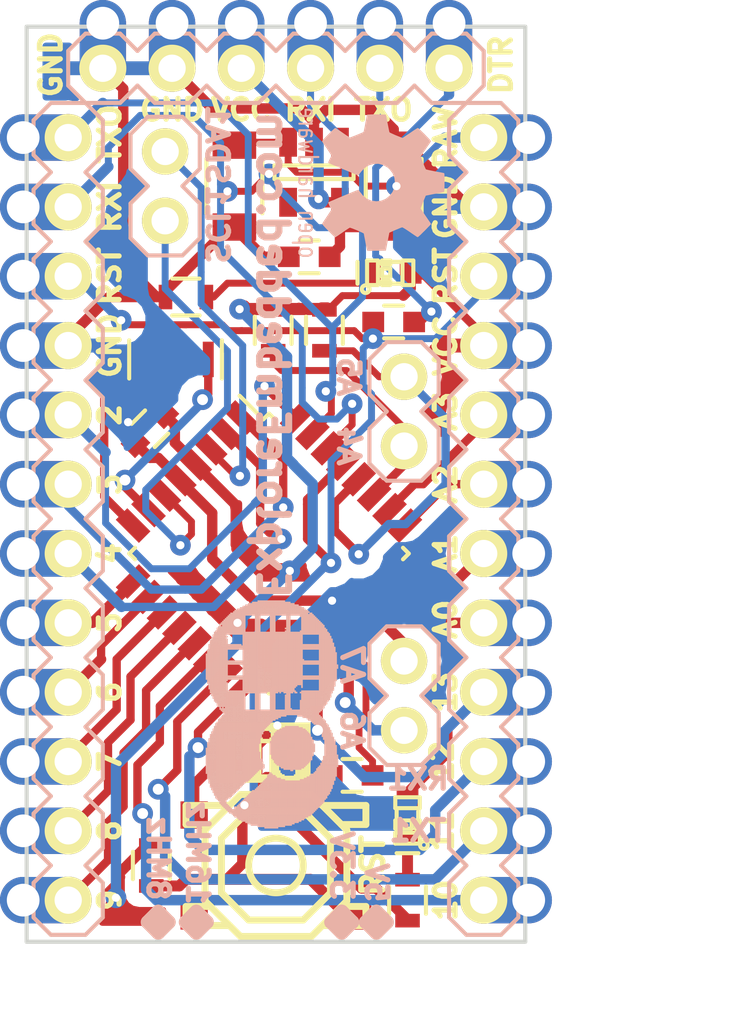
<source format=kicad_pcb>
(kicad_pcb (version 4) (host pcbnew 4.0.1-stable)
  (layers (0 F.Cu signal) (31 B.Cu signal) (34 B.Paste user) (35 F.Paste user) (36 B.SilkS user hide) (37 F.SilkS user) (38 B.Mask user) (39 F.Mask user) (44 Edge.Cuts user))
  (net 0 "")
  (net 1 /DTR)
  (net 2 +5V)
  (net 3 GND)
  (net 4 "Net-(C3-Pad1)")
  (net 5 /RAW)
  (net 6 /SCK0)
  (net 7 /D3)
  (net 8 /D4)
  (net 9 /SDA1)
  (net 10 /SCL1)
  (net 11 /D5)
  (net 12 /D6)
  (net 13 /D7)
  (net 14 /D8)
  (net 15 /D9)
  (net 16 /D10)
  (net 17 /MOSI0)
  (net 18 /MISO0)
  (net 19 /A6)
  (net 20 /A7)
  (net 21 /A0)
  (net 22 /A1)
  (net 23 /A2)
  (net 24 /A3)
  (net 25 /A4)
  (net 26 /A5)
  (net 27 /TXD0)
  (net 28 /D2)
  (net 29 /RESET)
  (net 30 "Net-(IC2-Pad4)")
  (net 31 "Net-(IC1-Pad7)")
  (net 32 "Net-(IC1-Pad8)")
  (net 33 "Net-(D1-Pad2)")
  (net 34 "Net-(D2-Pad2)")
  (net 35 /RXD1)
  (module EE:LQFP-32_7x7mm_Pitch0.8mm (layer F.Cu) (at 116.078 102.108 315)
    (fp_text reference IC1 hide)
    (fp_text value ATMEGA328PB hide)
    (pad 1 smd rect (at -4.25 -2.8 315) (size 1.2 0.6) (layers F.Cu F.Paste F.Mask) (net 7 /D3))
    (pad 2 smd rect (at -4.25 -2 315) (size 1.2 0.6) (layers F.Cu F.Paste F.Mask) (net 8 /D4))
    (pad 3 smd rect (at -4.25 -1.2 315) (size 1.2 0.6) (layers F.Cu F.Paste F.Mask) (net 9 /SDA1))
    (pad 4 smd rect (at -4.25 -0.4 315) (size 1.2 0.6) (layers F.Cu F.Paste F.Mask) (net 2 +5V))
    (pad 5 smd rect (at -4.25 0.4 315) (size 1.2 0.6) (layers F.Cu F.Paste F.Mask) (net 3 GND))
    (pad 6 smd rect (at -4.25 1.2 315) (size 1.2 0.6) (layers F.Cu F.Paste F.Mask) (net 10 /SCL1))
    (pad 7 smd rect (at -4.25 2 315) (size 1.2 0.6) (layers F.Cu F.Paste F.Mask) (net 31 "Net-(IC1-Pad7)"))
    (pad 8 smd rect (at -4.25 2.8 315) (size 1.2 0.6) (layers F.Cu F.Paste F.Mask) (net 32 "Net-(IC1-Pad8)"))
    (pad 9 smd rect (at -2.8 4.25 45) (size 1.2 0.6) (layers F.Cu F.Paste F.Mask) (net 11 /D5))
    (pad 10 smd rect (at -2 4.25 45) (size 1.2 0.6) (layers F.Cu F.Paste F.Mask) (net 12 /D6))
    (pad 11 smd rect (at -1.2 4.25 45) (size 1.2 0.6) (layers F.Cu F.Paste F.Mask) (net 13 /D7))
    (pad 12 smd rect (at -0.4 4.25 45) (size 1.2 0.6) (layers F.Cu F.Paste F.Mask) (net 14 /D8))
    (pad 13 smd rect (at 0.4 4.25 45) (size 1.2 0.6) (layers F.Cu F.Paste F.Mask) (net 15 /D9))
    (pad 14 smd rect (at 1.2 4.25 45) (size 1.2 0.6) (layers F.Cu F.Paste F.Mask) (net 16 /D10))
    (pad 15 smd rect (at 2 4.25 45) (size 1.2 0.6) (layers F.Cu F.Paste F.Mask) (net 17 /MOSI0))
    (pad 16 smd rect (at 2.8 4.25 45) (size 1.2 0.6) (layers F.Cu F.Paste F.Mask) (net 18 /MISO0))
    (pad 17 smd rect (at 4.25 2.8 315) (size 1.2 0.6) (layers F.Cu F.Paste F.Mask) (net 6 /SCK0))
    (pad 18 smd rect (at 4.25 2 315) (size 1.2 0.6) (layers F.Cu F.Paste F.Mask) (net 2 +5V))
    (pad 19 smd rect (at 4.25 1.2 315) (size 1.2 0.6) (layers F.Cu F.Paste F.Mask) (net 19 /A6))
    (pad 20 smd rect (at 4.25 0.4 315) (size 1.2 0.6) (layers F.Cu F.Paste F.Mask) (net 4 "Net-(C3-Pad1)"))
    (pad 21 smd rect (at 4.25 -0.4 315) (size 1.2 0.6) (layers F.Cu F.Paste F.Mask) (net 3 GND))
    (pad 22 smd rect (at 4.25 -1.2 315) (size 1.2 0.6) (layers F.Cu F.Paste F.Mask) (net 20 /A7))
    (pad 23 smd rect (at 4.25 -2 315) (size 1.2 0.6) (layers F.Cu F.Paste F.Mask) (net 21 /A0))
    (pad 24 smd rect (at 4.25 -2.8 315) (size 1.2 0.6) (layers F.Cu F.Paste F.Mask) (net 22 /A1))
    (pad 25 smd rect (at 2.8 -4.25 45) (size 1.2 0.6) (layers F.Cu F.Paste F.Mask) (net 23 /A2))
    (pad 26 smd rect (at 2 -4.25 45) (size 1.2 0.6) (layers F.Cu F.Paste F.Mask) (net 24 /A3))
    (pad 27 smd rect (at 1.2 -4.25 45) (size 1.2 0.6) (layers F.Cu F.Paste F.Mask) (net 25 /A4))
    (pad 28 smd rect (at 0.4 -4.25 45) (size 1.2 0.6) (layers F.Cu F.Paste F.Mask) (net 26 /A5))
    (pad 29 smd rect (at -0.4 -4.25 45) (size 1.2 0.6) (layers F.Cu F.Paste F.Mask) (net 29 /RESET))
    (pad 30 smd rect (at -1.2 -4.25 45) (size 1.2 0.6) (layers F.Cu F.Paste F.Mask) (net 35 /RXD1))
    (pad 31 smd rect (at -2 -4.25 45) (size 1.2 0.6) (layers F.Cu F.Paste F.Mask) (net 27 /TXD0))
    (pad 32 smd rect (at -2.8 -4.25 45) (size 1.2 0.6) (layers F.Cu F.Paste F.Mask) (net 28 /D2))
  )
  (module Pin_Headers:Pin_Header_Straight_1x12 (layer F.Cu) (at 123.952 86.868)
    (fp_text reference P5 hide)
    (fp_text value CONN_01X12 hide)
    (pad 1 thru_hole oval (at 0 0) (size 1.7272 1.7272) (drill 1) (layers *.Cu *.Mask F.SilkS) (net 5 /RAW))
    (pad 2 thru_hole oval (at 0 2.54) (size 1.7272 1.7272) (drill 1) (layers *.Cu *.Mask F.SilkS) (net 3 GND))
    (pad 3 thru_hole oval (at 0 5.08) (size 1.7272 1.7272) (drill 1) (layers *.Cu *.Mask F.SilkS) (net 29 /RESET))
    (pad 4 thru_hole oval (at 0 7.62) (size 1.7272 1.7272) (drill 1) (layers *.Cu *.Mask F.SilkS) (net 2 +5V))
    (pad 5 thru_hole oval (at 0 10.16) (size 1.7272 1.7272) (drill 1) (layers *.Cu *.Mask F.SilkS) (net 24 /A3))
    (pad 6 thru_hole oval (at 0 12.7) (size 1.7272 1.7272) (drill 1) (layers *.Cu *.Mask F.SilkS) (net 23 /A2))
    (pad 7 thru_hole oval (at 0 15.24) (size 1.7272 1.7272) (drill 1) (layers *.Cu *.Mask F.SilkS) (net 22 /A1))
    (pad 8 thru_hole oval (at 0 17.78) (size 1.7272 1.7272) (drill 1) (layers *.Cu *.Mask F.SilkS) (net 21 /A0))
    (pad 9 thru_hole oval (at 0 20.32) (size 1.7272 1.7272) (drill 1) (layers *.Cu *.Mask F.SilkS) (net 6 /SCK0))
    (pad 10 thru_hole oval (at 0 22.86) (size 1.7272 1.7272) (drill 1) (layers *.Cu *.Mask F.SilkS) (net 18 /MISO0))
    (pad 11 thru_hole oval (at 0 25.4) (size 1.7272 1.7272) (drill 1) (layers *.Cu *.Mask F.SilkS) (net 17 /MOSI0))
    (pad 12 thru_hole oval (at 0 27.94) (size 1.7272 1.7272) (drill 1) (layers *.Cu *.Mask F.SilkS) (net 16 /D10))
  )
  (module Pin_Headers:Pin_Header_Straight_1x02 (layer F.Cu) (at 121.031 108.585 180)
    (fp_text reference P6 hide)
    (fp_text value CONN_01X02 hide)
    (pad 1 thru_hole oval (at 0 0 180) (size 1.7 1.7) (drill 1) (layers *.Cu *.Mask F.SilkS) (net 19 /A6))
    (pad 2 thru_hole oval (at 0 2.54 180) (size 1.7 1.7) (drill 1) (layers *.Cu *.Mask F.SilkS) (net 20 /A7))
  )
  (module Pin_Headers:Pin_Header_Straight_1x02 (layer F.Cu) (at 121.031 95.631)
    (fp_text reference P3 hide)
    (fp_text value CONN_01X02 hide)
    (pad 1 thru_hole oval (at 0 0) (size 1.7 1.7) (drill 1) (layers *.Cu *.Mask F.SilkS) (net 26 /A5))
    (pad 2 thru_hole oval (at 0 2.54) (size 1.7 1.7) (drill 1) (layers *.Cu *.Mask F.SilkS) (net 25 /A4))
  )
  (module Pin_Headers:Pin_Header_Straight_1x02 (layer F.Cu) (at 112.268 87.376)
    (fp_text reference P4 hide)
    (fp_text value CONN_01X02 hide)
    (pad 1 thru_hole oval (at 0 0) (size 1.7 1.7) (drill 1) (layers *.Cu *.Mask F.SilkS) (net 9 /SDA1))
    (pad 2 thru_hole oval (at 0 2.54) (size 1.7 1.7) (drill 1) (layers *.Cu *.Mask F.SilkS) (net 10 /SCL1))
  )
  (module Pin_Headers:Pin_Header_Straight_1x06 (layer F.Cu) (at 109.982 84.328 90)
    (fp_text reference P1 hide)
    (fp_text value CONN_01X06 hide)
    (pad 1 thru_hole oval (at 0 0 90) (size 1.7272 1.7272) (drill 1) (layers *.Cu *.Mask F.SilkS) (net 3 GND))
    (pad 2 thru_hole oval (at 0 2.54 90) (size 1.7272 1.7272) (drill 1) (layers *.Cu *.Mask F.SilkS) (net 3 GND))
    (pad 3 thru_hole oval (at 0 5.08 90) (size 1.7272 1.7272) (drill 1) (layers *.Cu *.Mask F.SilkS) (net 2 +5V))
    (pad 4 thru_hole oval (at 0 7.62 90) (size 1.7272 1.7272) (drill 1) (layers *.Cu *.Mask F.SilkS) (net 35 /RXD1))
    (pad 5 thru_hole oval (at 0 10.16 90) (size 1.7272 1.7272) (drill 1) (layers *.Cu *.Mask F.SilkS) (net 27 /TXD0))
    (pad 6 thru_hole oval (at 0 12.7 90) (size 1.7272 1.7272) (drill 1) (layers *.Cu *.Mask F.SilkS) (net 1 /DTR))
  )
  (module Pin_Headers:Pin_Header_Straight_1x12 (layer F.Cu) (at 108.712 114.808 180)
    (fp_text reference P2 hide)
    (fp_text value CONN_01X12 hide)
    (pad 1 thru_hole oval (at 0 0 180) (size 1.7272 1.7272) (drill 1) (layers *.Cu *.Mask F.SilkS) (net 15 /D9))
    (pad 2 thru_hole oval (at 0 2.54 180) (size 1.7272 1.7272) (drill 1) (layers *.Cu *.Mask F.SilkS) (net 14 /D8))
    (pad 3 thru_hole oval (at 0 5.08 180) (size 1.7272 1.7272) (drill 1) (layers *.Cu *.Mask F.SilkS) (net 13 /D7))
    (pad 4 thru_hole oval (at 0 7.62 180) (size 1.7272 1.7272) (drill 1) (layers *.Cu *.Mask F.SilkS) (net 12 /D6))
    (pad 5 thru_hole oval (at 0 10.16 180) (size 1.7272 1.7272) (drill 1) (layers *.Cu *.Mask F.SilkS) (net 11 /D5))
    (pad 6 thru_hole oval (at 0 12.7 180) (size 1.7272 1.7272) (drill 1) (layers *.Cu *.Mask F.SilkS) (net 8 /D4))
    (pad 7 thru_hole oval (at 0 15.24 180) (size 1.7272 1.7272) (drill 1) (layers *.Cu *.Mask F.SilkS) (net 7 /D3))
    (pad 8 thru_hole oval (at 0 17.78 180) (size 1.7272 1.7272) (drill 1) (layers *.Cu *.Mask F.SilkS) (net 28 /D2))
    (pad 9 thru_hole oval (at 0 20.32 180) (size 1.7272 1.7272) (drill 1) (layers *.Cu *.Mask F.SilkS) (net 3 GND))
    (pad 10 thru_hole oval (at 0 22.86 180) (size 1.7272 1.7272) (drill 1) (layers *.Cu *.Mask F.SilkS) (net 29 /RESET))
    (pad 11 thru_hole oval (at 0 25.4 180) (size 1.7272 1.7272) (drill 1) (layers *.Cu *.Mask F.SilkS) (net 35 /RXD1))
    (pad 12 thru_hole oval (at 0 27.94 180) (size 1.7272 1.7272) (drill 1) (layers *.Cu *.Mask F.SilkS) (net 27 /TXD0))
  )
  (module Capacitors_SMD:C_0603 (layer F.Cu) (at 120.65 93.6244)
    (fp_text reference C1 hide)
    (fp_text value 0.1uF hide)
    (pad 1 smd rect (at -0.75 0) (size 0.8 0.75) (layers F.Cu F.Paste F.Mask) (net 29 /RESET))
    (pad 2 smd rect (at 0.75 0) (size 0.8 0.75) (layers F.Cu F.Paste F.Mask) (net 1 /DTR))
  )
  (module Capacitors_SMD:C_0603 (layer F.Cu) (at 111.7092 97.536 225)
    (fp_text reference C2 hide)
    (fp_text value 0.1uF hide)
    (pad 1 smd rect (at -0.75 0 225) (size 0.8 0.75) (layers F.Cu F.Paste F.Mask) (net 2 +5V))
    (pad 2 smd rect (at 0.75 0 225) (size 0.8 0.75) (layers F.Cu F.Paste F.Mask) (net 3 GND))
  )
  (module Capacitors_SMD:C_0603 (layer F.Cu) (at 119.126 110.236 180)
    (fp_text reference C3 hide)
    (fp_text value 0.1uF hide)
    (pad 1 smd rect (at -0.75 0 180) (size 0.8 0.75) (layers F.Cu F.Paste F.Mask) (net 4 "Net-(C3-Pad1)"))
    (pad 2 smd rect (at 0.75 0 180) (size 0.8 0.75) (layers F.Cu F.Paste F.Mask) (net 3 GND))
  )
  (module Capacitors_SMD:C_0603 (layer F.Cu) (at 117.5512 91.2368 180)
    (fp_text reference C4 hide)
    (fp_text value 0.1uF hide)
    (pad 1 smd rect (at -0.75 0 180) (size 0.8 0.75) (layers F.Cu F.Paste F.Mask) (net 2 +5V))
    (pad 2 smd rect (at 0.75 0 180) (size 0.8 0.75) (layers F.Cu F.Paste F.Mask) (net 3 GND))
  )
  (module Capacitors_SMD:C_1206 (layer F.Cu) (at 114.808 88.646 270)
    (fp_text reference C5 hide)
    (fp_text value 10uF hide)
    (pad 1 smd rect (at -1.5 0 270) (size 1 1.6) (layers F.Cu F.Paste F.Mask) (net 5 /RAW))
    (pad 2 smd rect (at 1.5 0 270) (size 1 1.6) (layers F.Cu F.Paste F.Mask) (net 3 GND))
  )
  (module Resistors_SMD:R_0603 (layer F.Cu) (at 111.76 113.538 270)
    (fp_text reference R1 hide)
    (fp_text value 10K hide)
    (pad 1 smd rect (at -0.75 0 270) (size 0.5 0.9) (layers F.Cu F.Paste F.Mask) (net 2 +5V))
    (pad 2 smd rect (at 0.75 0 270) (size 0.5 0.9) (layers F.Cu F.Paste F.Mask) (net 29 /RESET))
  )
  (module Resistors_SMD:R_0603 (layer F.Cu) (at 113.03 92.71 180)
    (fp_text reference R2 hide)
    (fp_text value 10K hide)
    (pad 1 smd rect (at -0.75 0 180) (size 0.5 0.9) (layers F.Cu F.Paste F.Mask) (net 33 "Net-(D1-Pad2)"))
    (pad 2 smd rect (at 0.75 0 180) (size 0.5 0.9) (layers F.Cu F.Paste F.Mask) (net 3 GND))
  )
  (module Resistors_SMD:R_0603 (layer F.Cu) (at 116.2304 93.9292 270)
    (fp_text reference R3 hide)
    (fp_text value R hide)
    (pad 1 smd rect (at -0.75 0 270) (size 0.5 0.9) (layers F.Cu F.Paste F.Mask) (net 2 +5V))
    (pad 2 smd rect (at 0.75 0 270) (size 0.5 0.9) (layers F.Cu F.Paste F.Mask) (net 25 /A4))
  )
  (module Resistors_SMD:R_0603 (layer F.Cu) (at 118.11 93.9292 270)
    (fp_text reference R4 hide)
    (fp_text value R hide)
    (pad 1 smd rect (at -0.75 0 270) (size 0.5 0.9) (layers F.Cu F.Paste F.Mask) (net 2 +5V))
    (pad 2 smd rect (at 0.75 0 270) (size 0.5 0.9) (layers F.Cu F.Paste F.Mask) (net 26 /A5))
  )
  (module Resistors_SMD:R_0603 (layer F.Cu) (at 121.158 114.808 90)
    (fp_text reference R5 hide)
    (fp_text value 470E hide)
    (pad 1 smd rect (at -0.75 0 90) (size 0.5 0.9) (layers F.Cu F.Paste F.Mask) (net 3 GND))
    (pad 2 smd rect (at 0.75 0 90) (size 0.5 0.9) (layers F.Cu F.Paste F.Mask) (net 34 "Net-(D2-Pad2)"))
  )
  (module Capacitors_SMD:C_1206 (layer F.Cu) (at 120.65 88.646 90)
    (fp_text reference C8 hide)
    (fp_text value 10uF hide)
    (pad 1 smd rect (at -1.5 0 90) (size 1 1.6) (layers F.Cu F.Paste F.Mask) (net 2 +5V))
    (pad 2 smd rect (at 1.5 0 90) (size 1 1.6) (layers F.Cu F.Paste F.Mask) (net 3 GND))
  )
  (module TO_SOT_Packages_SMD:SOT-23-5 (layer F.Cu) (at 117.729 88.138 270)
    (fp_text reference IC2 hide)
    (fp_text value MIC5205 hide)
    (pad 1 smd rect (at -1.1 -0.95 270) (size 1.06 0.65) (layers F.Cu F.Paste F.Mask) (net 5 /RAW))
    (pad 2 smd rect (at -1.1 0 270) (size 1.06 0.65) (layers F.Cu F.Paste F.Mask) (net 3 GND))
    (pad 3 smd rect (at -1.1 0.95 270) (size 1.06 0.65) (layers F.Cu F.Paste F.Mask) (net 5 /RAW))
    (pad 4 smd rect (at 1.1 0.95 270) (size 1.06 0.65) (layers F.Cu F.Paste F.Mask) (net 30 "Net-(IC2-Pad4)"))
    (pad 5 smd rect (at 1.1 -0.95 270) (size 1.06 0.65) (layers F.Cu F.Paste F.Mask) (net 2 +5V))
  )
  (module Swtich:smd_push2 (layer F.Cu) (at 116.332 113.538)
    (fp_text reference SW1 hide)
    (fp_text value RESET hide)
    (pad 1 smd rect (at -2.99974 -1.84912) (size 1.00076 1.00076) (layers F.Cu F.Paste F.Mask) (net 3 GND))
    (pad 2 smd rect (at 2.99974 1.84912) (size 1.00076 1.00076) (layers F.Cu F.Paste F.Mask) (net 29 /RESET))
    (pad 3 smd rect (at -2.99974 1.84912) (size 1.00076 1.00076) (layers F.Cu F.Paste F.Mask))
    (pad 4 smd rect (at 2.99974 -1.84912) (size 1.00076 1.00076) (layers F.Cu F.Paste F.Mask))
  )
  (module EE:LED-0603_NEW (layer F.Cu) (at 120.523 91.821 180)
    (fp_text reference D1 hide)
    (fp_text value Power hide)
    (pad 1 smd rect (at -0.7493 0 180) (size 0.79756 0.79756) (layers F.Cu F.Paste F.Mask) (net 2 +5V))
    (pad 2 smd rect (at 0.7493 0 180) (size 0.79756 0.79756) (layers F.Cu F.Paste F.Mask) (net 33 "Net-(D1-Pad2)"))
  )
  (module EE:LED-0603_NEW (layer F.Cu) (at 121.158 111.887 270)
    (fp_text reference D2 hide)
    (fp_text value LED hide)
    (pad 1 smd rect (at -0.7493 0 270) (size 0.79756 0.79756) (layers F.Cu F.Paste F.Mask) (net 6 /SCK0))
    (pad 2 smd rect (at 0.7493 0 270) (size 0.79756 0.79756) (layers F.Cu F.Paste F.Mask) (net 34 "Net-(D2-Pad2)"))
  )
  (module EE:3Pin_smd_Crstl (layer F.Cu) (at 112.649 94.996)
    (fp_text reference X1 hide)
    (fp_text value CRYSTAL_SMD hide)
    (pad 3 smd rect (at 0 0) (size 0.4 1.3) (layers F.Cu F.Paste F.Mask) (net 3 GND))
    (pad 2 smd rect (at 1.2 0) (size 0.4 1.3) (layers F.Cu F.Paste F.Mask) (net 31 "Net-(IC1-Pad7)"))
    (pad 1 smd rect (at -1.2 0) (size 0.4 1.3) (layers F.Cu F.Paste F.Mask) (net 32 "Net-(IC1-Pad8)"))
  )
  (module "Logo:LOGO (2)" (layer B.Cu) (at 118.962 112.828 90)
    (fp_text reference P7 hide)
    (fp_text value CONN_01X01 hide)
  )
  (module EE:Logo_silk_OSHW_6x6mm (layer B.Cu) (at 120.269 88.519 90)
    (fp_text reference P8 hide)
    (fp_text value CONN_01X01 hide)
  )
  (module "Tit silk2:LOGO (4)" (layer F.Cu) (at 114.046 108.204)
    (fp_text reference LOGO hide)
    (fp_text value "" (at 0 0) (layer F.SilkS))
  )
  (gr_text RST (at 119.888 113.538 90) (layer F.SilkS) (effects (font (size 0.8 0.8) (thickness 0.2))))
  (gr_text . (at 112.014 112.268) (layer B.SilkS) (effects (font (size 8.128 8.128) (thickness 0.508)) (justify mirror)))
  (gr_text . (at 120.015 112.268) (layer B.SilkS) (effects (font (size 8.128 8.128) (thickness 0.508)) (justify mirror)))
  (gr_text . (at 118.745 112.268) (layer B.SilkS) (effects (font (size 8.128 8.128) (thickness 0.508)) (justify mirror)))
  (gr_text . (at 113.411 112.268) (layer B.SilkS) (effects (font (size 8.128 8.128) (thickness 0.508)) (justify mirror)))
  (gr_text 16MHz (at 113.462 113.078 270) (layer B.SilkS) (effects (font (size 0.762 0.762) (thickness 0.1905)) (justify mirror)))
  (gr_text 8MHz (at 112.014 113.284 270) (layer B.SilkS) (effects (font (size 0.762 0.762) (thickness 0.1905)) (justify mirror)))
  (gr_text 3.3V (at 118.745 113.538 270) (layer B.SilkS) (effects (font (size 0.762 0.762) (thickness 0.1905)) (justify mirror)))
  (gr_text 5V (at 120.015 114.173 270) (layer B.SilkS) (effects (font (size 0.762 0.762) (thickness 0.1905)) (justify mirror)))
  (gr_text ExploreEmbedded.com (at 116.212 94.828 270) (layer B.SilkS) (effects (font (size 1.0668 1.0668) (thickness 0.254)) (justify mirror)))
  (gr_text RX1 (at 121.539 110.363) (layer B.SilkS) (effects (font (size 0.762 0.762) (thickness 0.1905)) (justify mirror)))
  (gr_text TX1 (at 121.539 112.268) (layer B.SilkS) (effects (font (size 0.762 0.762) (thickness 0.1905)) (justify mirror)))
  (gr_text SDA1 (at 114.173 87.122 270) (layer B.SilkS) (effects (font (size 0.762 0.762) (thickness 0.1905)) (justify mirror)))
  (gr_text SCL1 (at 114.173 90.043 270) (layer B.SilkS) (effects (font (size 0.762 0.762) (thickness 0.1905)) (justify mirror)))
  (gr_text A5 (at 118.999 95.631 270) (layer B.SilkS) (effects (font (size 0.762 0.762) (thickness 0.1905)) (justify mirror)))
  (gr_text A4 (at 118.999 98.171 270) (layer B.SilkS) (effects (font (size 0.762 0.762) (thickness 0.1905)) (justify mirror)))
  (gr_text A7 (at 119.126 106.172 270) (layer B.SilkS) (effects (font (size 0.762 0.762) (thickness 0.1905)) (justify mirror)))
  (gr_text A6 (at 119.126 108.585 270) (layer B.SilkS) (effects (font (size 0.762 0.762) (thickness 0.1905)) (justify mirror)))
  (gr_text GND (at 108.077 84.201 90) (layer F.SilkS) (effects (font (size 0.762 0.762) (thickness 0.1905))))
  (gr_text DTR (at 124.587 84.201 90) (layer F.SilkS) (effects (font (size 0.762 0.762) (thickness 0.1905))))
  (gr_text TXO (at 120.269 85.852) (layer F.SilkS) (effects (font (size 0.762 0.762) (thickness 0.1905))))
  (gr_text RXI (at 117.602 85.852) (layer F.SilkS) (effects (font (size 0.762 0.762) (thickness 0.1905))))
  (gr_text VCC (at 115.062 85.852) (layer F.SilkS) (effects (font (size 0.762 0.762) (thickness 0.1905))))
  (gr_text GND (at 112.522 85.852) (layer F.SilkS) (effects (font (size 0.762 0.762) (thickness 0.1905))))
  (gr_text RAW (at 122.555 86.868 90) (layer F.SilkS) (effects (font (size 0.762 0.762) (thickness 0.1905))))
  (gr_text "GND\n" (at 122.555 89.408 90) (layer F.SilkS) (effects (font (size 0.762 0.762) (thickness 0.1905))))
  (gr_text RST (at 122.555 91.948 90) (layer F.SilkS) (effects (font (size 0.762 0.762) (thickness 0.1905))))
  (gr_text VCC (at 122.555 94.488 90) (layer F.SilkS) (effects (font (size 0.762 0.762) (thickness 0.1905))))
  (gr_text A3 (at 122.555 96.901 90) (layer F.SilkS) (effects (font (size 0.762 0.762) (thickness 0.1905))))
  (gr_text A2 (at 122.555 99.568 90) (layer F.SilkS) (effects (font (size 0.762 0.762) (thickness 0.1905))))
  (gr_text A1 (at 122.555 102.108 90) (layer F.SilkS) (effects (font (size 0.762 0.762) (thickness 0.1905))))
  (gr_text A0 (at 122.555 104.521 90) (layer F.SilkS) (effects (font (size 0.762 0.762) (thickness 0.1905))))
  (gr_text 13 (at 122.555 107.188 90) (layer F.SilkS) (effects (font (size 0.762 0.762) (thickness 0.1905))))
  (gr_text 12 (at 122.428 109.728 90) (layer F.SilkS) (effects (font (size 0.762 0.762) (thickness 0.1905))))
  (gr_text 11 (at 122.428 112.268 90) (layer F.SilkS) (effects (font (size 0.762 0.762) (thickness 0.1905))))
  (gr_text 10 (at 122.555 114.808 90) (layer F.SilkS) (effects (font (size 0.762 0.762) (thickness 0.1905))))
  (gr_text 9 (at 110.236 114.808 90) (layer F.SilkS) (effects (font (size 0.762 0.762) (thickness 0.1905))))
  (gr_text 8 (at 110.236 112.268 90) (layer F.SilkS) (effects (font (size 0.762 0.762) (thickness 0.1905))))
  (gr_text 7 (at 110.236 109.728 90) (layer F.SilkS) (effects (font (size 0.762 0.762) (thickness 0.1905))))
  (gr_text 6 (at 110.236 107.188 90) (layer F.SilkS) (effects (font (size 0.762 0.762) (thickness 0.1905))))
  (gr_text 5 (at 110.236 104.648 90) (layer F.SilkS) (effects (font (size 0.762 0.762) (thickness 0.1905))))
  (gr_text 4 (at 110.236 102.108 90) (layer F.SilkS) (effects (font (size 0.762 0.762) (thickness 0.1905))))
  (gr_text "3\n\n" (at 110.871 99.568 90) (layer F.SilkS) (effects (font (size 0.762 0.762) (thickness 0.1905))))
  (gr_text 2 (at 110.236 97.028 90) (layer F.SilkS) (effects (font (size 0.762 0.762) (thickness 0.1905))))
  (gr_text GND (at 110.236 94.488 90) (layer F.SilkS) (effects (font (size 0.762 0.762) (thickness 0.1905))))
  (gr_text RST (at 110.236 91.948 90) (layer F.SilkS) (effects (font (size 0.762 0.762) (thickness 0.1905))))
  (gr_text RXI (at 110.236 89.408 90) (layer F.SilkS) (effects (font (size 0.762 0.762) (thickness 0.1905))))
  (gr_text TXO (at 110.236 86.741 90) (layer F.SilkS) (effects (font (size 0.762 0.762) (thickness 0.1905))))
  (gr_line (start 125.476 82.804) (end 125.476 116.332) (angle 90) (layer Edge.Cuts) (width 0.15))
  (gr_line (start 107.188 82.804) (end 125.476 82.804) (angle 90) (layer Edge.Cuts) (width 0.15))
  (gr_line (start 107.188 116.332) (end 107.188 82.804) (angle 90) (layer Edge.Cuts) (width 0.15))
  (gr_line (start 125.476 116.332) (end 107.188 116.332) (angle 90) (layer Edge.Cuts) (width 0.15))
  (segment (start 122.682 84.328) (end 122.682 82.677) (width 1.7) (layer B.Cu) (net 1))
  (segment (start 122.682 82.677) (end 122.682 84.328) (width 1.7) (layer F.Cu) (net 1))
  (via (at 122.682 82.677) (size 1.7) (drill 1.2) (layers F.Cu B.Cu) (net 1))
  (segment (start 119.9896 87.9856) (end 119.9896 91.1987) (width 0.254) (layer B.Cu) (net 1))
  (segment (start 120.142 91.313) (end 120.142 91.3511) (width 0.254) (layer B.Cu) (net 1))
  (segment (start 120.1039 91.313) (end 120.142 91.313) (width 0.254) (layer B.Cu) (net 1))
  (segment (start 119.9896 91.1987) (end 120.1039 91.313) (width 0.254) (layer B.Cu) (net 1))
  (segment (start 121.4 93.6244) (end 121.6533 93.6244) (width 0.254) (layer F.Cu) (net 1))
  (segment (start 121.6533 93.6244) (end 122.0343 93.2434) (width 0.254) (layer F.Cu) (net 1))
  (segment (start 122.0343 93.2434) (end 120.142 91.3511) (width 0.254) (layer B.Cu) (net 1))
  (via (at 122.0343 93.2434) (size 0.76) (drill 0.3) (layers F.Cu B.Cu) (net 1))
  (segment (start 119.9896 87.9856) (end 122.682 85.2932) (width 0.254) (layer B.Cu) (net 1))
  (segment (start 122.682 85.2932) (end 122.682 84.328) (width 0.381) (layer B.Cu) (net 1))
  (segment (start 115.062 84.328) (end 115.062 82.677) (width 1.7) (layer F.Cu) (net 2))
  (segment (start 115.062 82.677) (end 115.062 84.328) (width 1.7) (layer B.Cu) (net 2))
  (via (at 115.062 82.677) (size 1.7) (drill 1.2) (layers F.Cu B.Cu) (net 2))
  (segment (start 123.952 94.488) (end 125.603 94.488) (width 1.7) (layer B.Cu) (net 2))
  (segment (start 125.603 94.488) (end 123.952 94.488) (width 1.7) (layer F.Cu) (net 2))
  (via (at 125.603 94.488) (size 1.7) (drill 1.2) (layers F.Cu B.Cu) (net 2))
  (segment (start 117.8941 89.1159) (end 117.8941 87.1601) (width 0.381) (layer B.Cu) (net 2))
  (segment (start 117.8941 87.1601) (end 116.6495 85.9155) (width 0.381) (layer B.Cu) (net 2))
  (segment (start 121.0056 92.6592) (end 121.2723 92.3925) (width 0.381) (layer F.Cu) (net 2))
  (segment (start 121.2723 91.821) (end 121.2723 90.7683) (width 0.381) (layer F.Cu) (net 2))
  (segment (start 121.6406 91.821) (end 121.2723 91.821) (width 0.254) (layer F.Cu) (net 2))
  (segment (start 123.08332 93.26372) (end 121.6406 91.821) (width 0.254) (layer F.Cu) (net 2))
  (segment (start 121.2723 91.821) (end 121.2723 92.3925) (width 0.381) (layer F.Cu) (net 2))
  (segment (start 118.679 89.238) (end 118.0162 89.238) (width 0.381) (layer F.Cu) (net 2))
  (segment (start 116.6495 85.9155) (end 115.062 84.328) (width 0.381) (layer B.Cu) (net 2))
  (via (at 117.8941 89.1159) (size 0.76) (drill 0.3) (layers F.Cu B.Cu) (net 2))
  (segment (start 118.0162 89.238) (end 117.8941 89.1159) (width 0.254) (layer F.Cu) (net 2))
  (segment (start 118.11 93.1792) (end 118.2504 93.1792) (width 0.254) (layer F.Cu) (net 2))
  (segment (start 118.2504 93.1792) (end 118.7704 92.6592) (width 0.254) (layer F.Cu) (net 2))
  (segment (start 118.7704 92.6592) (end 121.0056 92.6592) (width 0.254) (layer F.Cu) (net 2))
  (segment (start 118.679 90.859) (end 118.3012 91.2368) (width 0.254) (layer F.Cu) (net 2))
  (segment (start 116.2304 93.1792) (end 118.11 93.1792) (width 0.381) (layer F.Cu) (net 2))
  (segment (start 112.6236 97.38974) (end 112.23953 97.00567) (width 0.3048) (layer F.Cu) (net 2))
  (segment (start 112.6236 98.044) (end 112.6236 97.38974) (width 0.3048) (layer F.Cu) (net 2))
  (segment (start 113.355639 98.776039) (end 112.6236 98.044) (width 0.3048) (layer F.Cu) (net 2))
  (segment (start 118.848 90.146) (end 120.65 90.146) (width 0.381) (layer F.Cu) (net 2))
  (segment (start 118.679 89.977) (end 118.848 90.146) (width 0.254) (layer F.Cu) (net 2))
  (segment (start 118.679 89.238) (end 118.679 89.977) (width 0.381) (layer F.Cu) (net 2))
  (segment (start 121.2723 90.7683) (end 120.65 90.146) (width 0.381) (layer F.Cu) (net 2))
  (segment (start 123.952 94.1324) (end 123.08332 93.26372) (width 0.254) (layer F.Cu) (net 2))
  (segment (start 113.355639 98.819953) (end 113.355639 98.826839) (width 0.3048) (layer F.Cu) (net 2))
  (segment (start 117.66899 106.527417) (end 117.639917 106.527417) (width 0.3048) (layer F.Cu) (net 2))
  (segment (start 111.4813 112.788) (end 111.76 112.788) (width 0.3048) (layer F.Cu) (net 2))
  (segment (start 116.9797 98.8568) (end 117.6782 99.5553) (width 0.381) (layer B.Cu) (net 2))
  (segment (start 117.6782 99.5553) (end 117.6782 101.9048) (width 0.381) (layer B.Cu) (net 2))
  (segment (start 117.6782 101.9048) (end 116.84 102.743) (width 0.381) (layer B.Cu) (net 2))
  (via (at 116.84 102.743) (size 0.76) (drill 0.3) (layers F.Cu B.Cu) (net 2))
  (segment (start 116.84 102.743) (end 116.7257 102.8573) (width 0.3048) (layer F.Cu) (net 2))
  (segment (start 116.7257 102.8573) (end 115.9383 102.8573) (width 0.381) (layer F.Cu) (net 2))
  (segment (start 115.9383 102.8573) (end 114.8588 101.7778) (width 0.381) (layer F.Cu) (net 2))
  (segment (start 114.8588 101.7778) (end 114.8588 101.0158) (width 0.381) (layer F.Cu) (net 2))
  (segment (start 115.0232 93.1792) (end 116.2304 93.1792) (width 0.381) (layer F.Cu) (net 2))
  (segment (start 116.7384 98.6028) (end 116.9797 98.8441) (width 0.381) (layer B.Cu) (net 2))
  (segment (start 116.7384 94.8944) (end 116.7384 98.6028) (width 0.381) (layer B.Cu) (net 2))
  (segment (start 114.9985 93.1545) (end 116.7384 94.8944) (width 0.381) (layer B.Cu) (net 2))
  (via (at 114.9985 93.1545) (size 0.76) (drill 0.3) (layers F.Cu B.Cu) (net 2))
  (segment (start 115.0232 93.1792) (end 114.9985 93.1545) (width 0.3048) (layer F.Cu) (net 2))
  (segment (start 113.355639 98.826839) (end 114.8588 100.33) (width 0.381) (layer F.Cu) (net 2))
  (segment (start 114.8588 100.33) (end 114.8588 101.0158) (width 0.381) (layer F.Cu) (net 2))
  (segment (start 116.9797 98.8441) (end 116.9797 98.8568) (width 0.3048) (layer B.Cu) (net 2))
  (segment (start 115.8113 104.648) (end 114.9223 104.648) (width 0.3048) (layer F.Cu) (net 2))
  (via (at 114.9223 104.648) (size 0.76) (drill 0.3) (layers F.Cu B.Cu) (net 2))
  (segment (start 114.9223 104.648) (end 116.8273 102.743) (width 0.381) (layer B.Cu) (net 2))
  (segment (start 116.8273 102.743) (end 116.84 102.743) (width 0.3048) (layer B.Cu) (net 2))
  (segment (start 117.66899 106.50569) (end 115.8113 104.648) (width 0.3048) (layer F.Cu) (net 2))
  (segment (start 117.66899 106.527417) (end 117.66899 106.50569) (width 0.3048) (layer F.Cu) (net 2))
  (segment (start 111.621 112.788) (end 111.76 112.788) (width 0.3048) (layer F.Cu) (net 2))
  (segment (start 114.9223 105.4227) (end 110.4646 109.8804) (width 0.381) (layer B.Cu) (net 2))
  (segment (start 110.4646 109.8804) (end 110.4646 114.7191) (width 0.381) (layer B.Cu) (net 2))
  (via (at 110.4646 114.7191) (size 0.76) (drill 0.3) (layers F.Cu B.Cu) (net 2))
  (segment (start 110.4646 114.7191) (end 110.5154 114.6683) (width 0.3048) (layer F.Cu) (net 2))
  (segment (start 110.5154 114.6683) (end 110.5154 113.8936) (width 0.381) (layer F.Cu) (net 2))
  (segment (start 110.5154 113.8936) (end 111.621 112.788) (width 0.381) (layer F.Cu) (net 2))
  (segment (start 114.9223 104.648) (end 114.9223 105.4227) (width 0.381) (layer B.Cu) (net 2))
  (segment (start 118.679 90.859) (end 118.3012 91.2368) (width 0.381) (layer F.Cu) (net 2))
  (segment (start 118.679 89.238) (end 118.679 90.859) (width 0.381) (layer F.Cu) (net 2))
  (segment (start 112.6236 97.38974) (end 112.23953 97.00567) (width 0.381) (layer F.Cu) (net 2))
  (segment (start 112.6236 98.044) (end 112.6236 97.38974) (width 0.381) (layer F.Cu) (net 2))
  (segment (start 113.355639 98.776039) (end 112.6236 98.044) (width 0.381) (layer F.Cu) (net 2))
  (segment (start 113.355639 98.819953) (end 113.355639 98.776039) (width 0.381) (layer F.Cu) (net 2))
  (segment (start 123.952 94.1324) (end 123.08332 93.26372) (width 0.3048) (layer F.Cu) (net 2))
  (segment (start 123.952 94.488) (end 123.952 94.1324) (width 0.3048) (layer F.Cu) (net 2))
  (segment (start 118.376 110.236) (end 115.9623 110.236) (width 0.25) (layer F.Cu) (net 3))
  (segment (start 115.9623 110.236) (end 115.6455 110.5528) (width 0.25) (layer F.Cu) (net 3))
  (segment (start 112.522 84.328) (end 112.522 82.677) (width 1.7) (layer B.Cu) (net 3))
  (segment (start 112.522 82.677) (end 112.522 84.328) (width 1.7) (layer F.Cu) (net 3))
  (via (at 112.522 82.677) (size 1.7) (drill 1.2) (layers F.Cu B.Cu) (net 3))
  (segment (start 109.982 84.328) (end 109.982 82.677) (width 1.7) (layer F.Cu) (net 3))
  (segment (start 109.982 82.677) (end 109.982 84.328) (width 1.7) (layer B.Cu) (net 3))
  (via (at 109.982 82.677) (size 1.7) (drill 1.2) (layers F.Cu B.Cu) (net 3))
  (segment (start 108.712 94.488) (end 107.061 94.488) (width 1.7) (layer B.Cu) (net 3))
  (segment (start 107.061 94.488) (end 108.712 94.488) (width 1.7) (layer F.Cu) (net 3))
  (via (at 107.061 94.488) (size 1.7) (drill 1.2) (layers F.Cu B.Cu) (net 3))
  (segment (start 123.952 89.408) (end 125.603 89.408) (width 1.7) (layer B.Cu) (net 3))
  (segment (start 125.603 89.408) (end 123.952 89.408) (width 1.7) (layer F.Cu) (net 3))
  (via (at 125.603 89.408) (size 1.7) (drill 1.2) (layers F.Cu B.Cu) (net 3))
  (segment (start 112.28 92.71) (end 110.2106 92.71) (width 0.381) (layer F.Cu) (net 3))
  (segment (start 110.2106 92.71) (end 108.712 94.2086) (width 0.381) (layer F.Cu) (net 3))
  (segment (start 108.712 94.2086) (end 108.712 94.488) (width 0.254) (layer F.Cu) (net 3))
  (segment (start 111.17887 98.06633) (end 111.17887 97.56447) (width 0.3048) (layer F.Cu) (net 3))
  (segment (start 111.17887 97.56447) (end 110.9091 97.2947) (width 0.3048) (layer F.Cu) (net 3))
  (segment (start 109.6518 94.488) (end 108.712 94.488) (width 0.381) (layer B.Cu) (net 3))
  (segment (start 110.4265 95.2627) (end 109.6518 94.488) (width 0.381) (layer B.Cu) (net 3))
  (segment (start 110.4265 96.8121) (end 110.4265 95.2627) (width 0.3048) (layer B.Cu) (net 3))
  (segment (start 110.9091 97.2947) (end 110.4265 96.8121) (width 0.3048) (layer B.Cu) (net 3))
  (via (at 110.9091 97.2947) (size 0.76) (drill 0.3) (layers F.Cu B.Cu) (net 3))
  (segment (start 112.28 92.71) (end 111.9505 92.71) (width 0.254) (layer F.Cu) (net 3))
  (segment (start 110.7313 85.0773) (end 109.982 84.328) (width 0.381) (layer F.Cu) (net 3))
  (segment (start 110.7313 91.4908) (end 110.7313 85.0773) (width 0.381) (layer F.Cu) (net 3))
  (segment (start 111.9505 92.71) (end 110.7313 91.4908) (width 0.381) (layer F.Cu) (net 3))
  (segment (start 114.808 90.146) (end 114.808 90.17) (width 0.254) (layer F.Cu) (net 3))
  (segment (start 114.808 90.17) (end 115.8748 91.2368) (width 0.381) (layer F.Cu) (net 3))
  (segment (start 115.8748 91.2368) (end 116.8012 91.2368) (width 0.381) (layer F.Cu) (net 3))
  (segment (start 114.046 109.855) (end 115.6455 109.855) (width 0.381) (layer F.Cu) (net 3))
  (segment (start 113.33226 110.56874) (end 114.046 109.855) (width 0.381) (layer F.Cu) (net 3))
  (segment (start 113.33226 111.68888) (end 113.33226 110.56874) (width 0.381) (layer F.Cu) (net 3))
  (segment (start 111.71534 98.6028) (end 111.17887 98.06633) (width 0.381) (layer F.Cu) (net 3))
  (segment (start 112.014 98.6028) (end 111.71534 98.6028) (width 0.381) (layer F.Cu) (net 3))
  (segment (start 112.789953 99.378753) (end 112.014 98.6028) (width 0.381) (layer F.Cu) (net 3))
  (segment (start 112.789953 99.385639) (end 112.789953 99.378753) (width 0.3048) (layer F.Cu) (net 3))
  (segment (start 117.729 86.2838) (end 118.1608 85.852) (width 0.381) (layer F.Cu) (net 3))
  (segment (start 118.1608 85.852) (end 119.9388 85.852) (width 0.381) (layer F.Cu) (net 3))
  (segment (start 119.9388 85.852) (end 120.65 86.5632) (width 0.381) (layer F.Cu) (net 3))
  (segment (start 120.65 86.5632) (end 120.65 87.146) (width 0.381) (layer F.Cu) (net 3))
  (segment (start 121.1312 87.146) (end 120.65 87.146) (width 0.254) (layer F.Cu) (net 3))
  (segment (start 123.3932 89.408) (end 121.1312 87.146) (width 0.381) (layer F.Cu) (net 3))
  (segment (start 123.952 89.408) (end 123.3932 89.408) (width 0.381) (layer F.Cu) (net 3))
  (segment (start 117.2464 85.8012) (end 113.9952 85.8012) (width 0.381) (layer F.Cu) (net 3))
  (segment (start 113.9952 85.8012) (end 112.522 84.328) (width 0.381) (layer F.Cu) (net 3))
  (segment (start 117.729 86.2838) (end 117.2464 85.8012) (width 0.381) (layer F.Cu) (net 3))
  (segment (start 117.729 87.038) (end 117.729 86.2838) (width 0.381) (layer F.Cu) (net 3))
  (segment (start 112.522 84.328) (end 109.982 84.328) (width 0.381) (layer F.Cu) (net 3))
  (segment (start 112.28 92.4948) (end 112.28 92.71) (width 0.254) (layer F.Cu) (net 3))
  (segment (start 114.6288 90.146) (end 112.28 92.4948) (width 0.381) (layer F.Cu) (net 3))
  (segment (start 114.808 90.146) (end 114.6288 90.146) (width 0.254) (layer F.Cu) (net 3))
  (segment (start 112.789953 99.385639) (end 112.789953 99.416853) (width 0.3048) (layer F.Cu) (net 3))
  (segment (start 121.158 115.558) (end 121.158 115.5192) (width 0.3048) (layer F.Cu) (net 3))
  (segment (start 119.4689 114.3762) (end 115.6455 110.5528) (width 0.381) (layer F.Cu) (net 3))
  (segment (start 115.6455 110.5528) (end 115.6455 109.855) (width 0.381) (layer F.Cu) (net 3))
  (segment (start 121.158 115.5192) (end 120.015 114.3762) (width 0.381) (layer F.Cu) (net 3))
  (segment (start 120.015 114.3762) (end 119.4689 114.3762) (width 0.381) (layer F.Cu) (net 3))
  (segment (start 115.6455 109.1445) (end 115.6455 109.855) (width 0.381) (layer F.Cu) (net 3))
  (segment (start 116.3828 108.4072) (end 115.6455 109.1445) (width 0.381) (layer F.Cu) (net 3))
  (via (at 116.3828 108.4072) (size 0.76) (drill 0.3) (layers F.Cu B.Cu) (net 3))
  (segment (start 116.3828 105.8418) (end 116.3828 108.4072) (width 0.381) (layer B.Cu) (net 3))
  (segment (start 118.3894 103.8352) (end 116.3828 105.8418) (width 0.381) (layer B.Cu) (net 3))
  (via (at 118.3894 103.8352) (size 0.76) (drill 0.3) (layers F.Cu B.Cu) (net 3))
  (segment (start 119.366047 104.811847) (end 118.3894 103.8352) (width 0.381) (layer F.Cu) (net 3))
  (segment (start 119.366047 104.830361) (end 119.366047 104.811847) (width 0.3048) (layer F.Cu) (net 3))
  (segment (start 115.5319 103.8352) (end 115.3795 103.6828) (width 0.3048) (layer F.Cu) (net 3))
  (segment (start 113.9952 100.6221) (end 112.789953 99.416853) (width 0.381) (layer F.Cu) (net 3))
  (segment (start 113.9952 102.2985) (end 115.3795 103.6828) (width 0.381) (layer F.Cu) (net 3))
  (segment (start 113.9952 100.6221) (end 113.9952 102.2985) (width 0.381) (layer F.Cu) (net 3))
  (segment (start 118.3894 103.8352) (end 115.5319 103.8352) (width 0.381) (layer F.Cu) (net 3))
  (segment (start 110.9091 97.0026) (end 110.9091 97.2947) (width 0.25) (layer F.Cu) (net 3))
  (segment (start 112.649 95.2627) (end 110.9091 97.0026) (width 0.3048) (layer F.Cu) (net 3))
  (segment (start 112.649 94.996) (end 112.649 95.2627) (width 0.25) (layer F.Cu) (net 3))
  (segment (start 110.9091 97.8535) (end 110.9091 97.2947) (width 0.3048) (layer F.Cu) (net 3))
  (segment (start 111.12193 98.06633) (end 110.9091 97.8535) (width 0.3048) (layer F.Cu) (net 3))
  (segment (start 111.17887 98.06633) (end 111.12193 98.06633) (width 0.3048) (layer F.Cu) (net 3))
  (segment (start 119.876 110.236) (end 119.876 109.716) (width 0.25) (layer F.Cu) (net 4))
  (segment (start 119.634 106.229686) (end 118.800361 105.396047) (width 0.25) (layer F.Cu) (net 4))
  (segment (start 119.634 108.204) (end 119.634 106.229686) (width 0.25) (layer F.Cu) (net 4))
  (segment (start 119.38 108.458) (end 119.634 108.204) (width 0.25) (layer F.Cu) (net 4))
  (segment (start 119.38 109.22) (end 119.38 108.458) (width 0.25) (layer F.Cu) (net 4))
  (segment (start 119.876 109.716) (end 119.38 109.22) (width 0.25) (layer F.Cu) (net 4))
  (segment (start 118.800361 105.396047) (end 118.800361 105.401861) (width 0.3048) (layer F.Cu) (net 4))
  (segment (start 123.952 86.868) (end 125.603 86.868) (width 1.7) (layer F.Cu) (net 5))
  (segment (start 125.603 86.868) (end 123.952 86.868) (width 1.7) (layer B.Cu) (net 5))
  (via (at 125.603 86.868) (size 1.7) (drill 1.2) (layers F.Cu B.Cu) (net 5))
  (segment (start 119.0244 88.138) (end 119.5324 88.646) (width 0.254) (layer F.Cu) (net 5))
  (segment (start 118.679 87.7926) (end 119.0244 88.138) (width 0.254) (layer F.Cu) (net 5))
  (segment (start 119.5324 88.646) (end 120.7516 88.646) (width 0.254) (layer F.Cu) (net 5))
  (via (at 120.7516 88.646) (size 0.76) (drill 0.3) (layers F.Cu B.Cu) (net 5))
  (segment (start 120.7516 88.646) (end 122.5296 86.868) (width 0.254) (layer B.Cu) (net 5))
  (segment (start 122.5296 86.868) (end 123.952 86.868) (width 0.381) (layer B.Cu) (net 5))
  (segment (start 118.679 87.038) (end 118.679 87.7926) (width 0.254) (layer F.Cu) (net 5))
  (segment (start 119.0244 88.138) (end 117.5512 88.138) (width 0.254) (layer F.Cu) (net 5))
  (segment (start 114.916 87.038) (end 114.808 87.146) (width 0.254) (layer F.Cu) (net 5))
  (segment (start 116.779 87.038) (end 114.916 87.038) (width 0.254) (layer F.Cu) (net 5))
  (segment (start 117.094 88.138) (end 116.779 87.823) (width 0.254) (layer F.Cu) (net 5))
  (segment (start 116.779 87.823) (end 116.779 87.038) (width 0.254) (layer F.Cu) (net 5))
  (segment (start 117.5512 88.138) (end 117.094 88.138) (width 0.254) (layer F.Cu) (net 5))
  (segment (start 123.952 107.188) (end 125.603 107.188) (width 1.7) (layer F.Cu) (net 6))
  (segment (start 125.603 107.188) (end 123.952 107.188) (width 1.7) (layer B.Cu) (net 6))
  (via (at 125.603 107.188) (size 1.7) (drill 1.2) (layers F.Cu B.Cu) (net 6))
  (segment (start 121.158 110.871) (end 122.6185 109.4105) (width 0.381) (layer F.Cu) (net 6))
  (segment (start 121.158 111.1377) (end 121.158 110.871) (width 0.254) (layer F.Cu) (net 6))
  (segment (start 122.6185 109.4105) (end 122.6185 108.5215) (width 0.381) (layer F.Cu) (net 6))
  (segment (start 122.6185 108.5215) (end 123.952 107.188) (width 0.381) (layer F.Cu) (net 6))
  (segment (start 122.4915 108.6485) (end 123.952 107.188) (width 0.381) (layer B.Cu) (net 6))
  (segment (start 122.4915 109.4105) (end 122.4915 108.6485) (width 0.381) (layer B.Cu) (net 6))
  (segment (start 121.6025 110.2995) (end 122.4915 109.4105) (width 0.381) (layer B.Cu) (net 6))
  (segment (start 119.5705 110.2995) (end 121.6025 110.2995) (width 0.381) (layer B.Cu) (net 6))
  (segment (start 117.856 108.585) (end 119.5705 110.2995) (width 0.381) (layer B.Cu) (net 6))
  (via (at 117.856 108.585) (size 0.76) (drill 0.4) (layers F.Cu B.Cu) (net 6))
  (segment (start 117.856 107.823) (end 117.856 108.585) (width 0.381) (layer F.Cu) (net 6))
  (segment (start 117.126103 107.093103) (end 117.856 107.823) (width 0.381) (layer F.Cu) (net 6))
  (segment (start 117.103305 107.093103) (end 117.126103 107.093103) (width 0.3048) (layer F.Cu) (net 6))
  (segment (start 108.712 99.568) (end 107.061 99.568) (width 1.7) (layer B.Cu) (net 7))
  (segment (start 107.061 99.568) (end 108.712 99.568) (width 1.7) (layer F.Cu) (net 7))
  (via (at 107.061 99.568) (size 1.7) (drill 1.2) (layers F.Cu B.Cu) (net 7))
  (segment (start 115.052695 97.122897) (end 115.055297 97.122897) (width 0.3048) (layer F.Cu) (net 7))
  (segment (start 108.8644 99.7204) (end 108.712 99.568) (width 0.3048) (layer B.Cu) (net 7))
  (segment (start 108.712 100.3808) (end 108.712 99.568) (width 0.3048) (layer B.Cu) (net 7))
  (segment (start 113.0046 103.4288) (end 111.76 103.4288) (width 0.3048) (layer B.Cu) (net 7))
  (segment (start 111.76 103.4288) (end 108.712 100.3808) (width 0.3048) (layer B.Cu) (net 7))
  (segment (start 116.5987 98.6536) (end 116.5987 100.4189) (width 0.3048) (layer F.Cu) (net 7))
  (via (at 116.5987 100.4189) (size 0.76) (drill 0.3) (layers F.Cu B.Cu) (net 7))
  (segment (start 116.5987 100.4189) (end 113.5888 103.4288) (width 0.3048) (layer B.Cu) (net 7))
  (segment (start 113.5888 103.4288) (end 113.0046 103.4288) (width 0.3048) (layer B.Cu) (net 7))
  (segment (start 115.067997 97.122897) (end 116.5987 98.6536) (width 0.3048) (layer F.Cu) (net 7))
  (segment (start 115.052695 97.122897) (end 115.067997 97.122897) (width 0.3048) (layer F.Cu) (net 7))
  (segment (start 108.712 102.108) (end 107.061 102.108) (width 1.7) (layer F.Cu) (net 8))
  (segment (start 107.061 102.108) (end 108.712 102.108) (width 1.7) (layer B.Cu) (net 8))
  (via (at 107.061 102.108) (size 1.7) (drill 1.2) (layers F.Cu B.Cu) (net 8))
  (segment (start 114.48701 97.688583) (end 114.554183 97.688583) (width 0.3048) (layer F.Cu) (net 8))
  (segment (start 108.712 102.3112) (end 108.712 102.108) (width 0.3048) (layer B.Cu) (net 8))
  (segment (start 115.75415 98.88855) (end 115.7732 98.9076) (width 0.3048) (layer F.Cu) (net 8))
  (segment (start 114.554183 97.688583) (end 115.75415 98.88855) (width 0.3048) (layer F.Cu) (net 8))
  (segment (start 116.3066 101.346) (end 116.5352 101.5746) (width 0.3048) (layer F.Cu) (net 8))
  (via (at 116.5352 101.5746) (size 0.76) (drill 0.3) (layers F.Cu B.Cu) (net 8))
  (segment (start 116.5352 101.5746) (end 114.046 104.0638) (width 0.3048) (layer B.Cu) (net 8))
  (segment (start 114.046 104.0638) (end 113.9444 104.0638) (width 0.3048) (layer B.Cu) (net 8))
  (segment (start 115.75415 101.00945) (end 115.75415 98.88855) (width 0.3048) (layer F.Cu) (net 8))
  (segment (start 113.9444 104.0638) (end 110.6678 104.0638) (width 0.3048) (layer B.Cu) (net 8))
  (segment (start 115.75415 101.00945) (end 116.0907 101.346) (width 0.3048) (layer F.Cu) (net 8))
  (segment (start 108.712 102.108) (end 110.6678 104.0638) (width 0.381) (layer B.Cu) (net 8))
  (segment (start 116.0907 101.346) (end 116.3066 101.346) (width 0.3048) (layer F.Cu) (net 8))
  (segment (start 113.7158 93.091) (end 113.6904 93.0656) (width 0.254) (layer B.Cu) (net 9))
  (segment (start 115.1128 94.488) (end 113.7158 93.091) (width 0.254) (layer B.Cu) (net 9))
  (segment (start 115.1128 99.1616) (end 115.1128 94.488) (width 0.254) (layer B.Cu) (net 9))
  (segment (start 115.0112 99.2632) (end 115.1128 99.1616) (width 0.254) (layer B.Cu) (net 9))
  (via (at 115.0112 99.2632) (size 0.76) (drill 0.3) (layers F.Cu B.Cu) (net 9))
  (segment (start 114.8588 99.2632) (end 115.0112 99.2632) (width 0.254) (layer F.Cu) (net 9))
  (segment (start 113.921324 98.325724) (end 114.8588 99.2632) (width 0.254) (layer F.Cu) (net 9))
  (segment (start 113.921324 98.254268) (end 113.921324 98.325724) (width 0.254) (layer F.Cu) (net 9))
  (segment (start 113.5888 92.964) (end 113.7158 93.091) (width 0.254) (layer B.Cu) (net 9))
  (segment (start 112.268 87.376) (end 113.5888 88.6968) (width 0.254) (layer B.Cu) (net 9))
  (segment (start 113.5888 91.7956) (end 113.5888 88.6968) (width 0.254) (layer B.Cu) (net 9))
  (segment (start 113.5888 91.7956) (end 113.5888 92.964) (width 0.254) (layer B.Cu) (net 9))
  (segment (start 112.268 92.4052) (end 112.268 89.916) (width 0.254) (layer B.Cu) (net 10))
  (segment (start 114.554 94.6912) (end 112.268 92.4052) (width 0.254) (layer B.Cu) (net 10))
  (segment (start 114.554 96.774) (end 114.554 94.6912) (width 0.254) (layer B.Cu) (net 10))
  (segment (start 111.5568 99.7712) (end 114.554 96.774) (width 0.254) (layer B.Cu) (net 10))
  (segment (start 111.5568 100.5332) (end 111.5568 99.7712) (width 0.254) (layer B.Cu) (net 10))
  (segment (start 112.8268 101.8032) (end 111.5568 100.5332) (width 0.254) (layer B.Cu) (net 10))
  (via (at 112.8268 101.8032) (size 0.76) (drill 0.3) (layers F.Cu B.Cu) (net 10))
  (segment (start 113.2332 101.3968) (end 112.8268 101.8032) (width 0.254) (layer F.Cu) (net 10))
  (segment (start 113.2332 100.9396) (end 113.2332 101.3968) (width 0.254) (layer F.Cu) (net 10))
  (segment (start 112.244924 99.951324) (end 113.2332 100.9396) (width 0.254) (layer F.Cu) (net 10))
  (segment (start 112.224268 99.951324) (end 112.244924 99.951324) (width 0.254) (layer F.Cu) (net 10))
  (segment (start 108.712 104.648) (end 107.061 104.648) (width 1.7) (layer B.Cu) (net 11))
  (segment (start 107.061 104.648) (end 108.712 104.648) (width 1.7) (layer F.Cu) (net 11))
  (via (at 107.061 104.648) (size 1.7) (drill 1.2) (layers F.Cu B.Cu) (net 11))
  (segment (start 109.601 104.648) (end 108.712 104.648) (width 0.3048) (layer F.Cu) (net 11))
  (segment (start 111.092897 103.156103) (end 109.601 104.648) (width 0.381) (layer F.Cu) (net 11))
  (segment (start 111.092897 103.133305) (end 111.092897 103.156103) (width 0.3048) (layer F.Cu) (net 11))
  (segment (start 108.712 107.188) (end 107.061 107.188) (width 1.7) (layer F.Cu) (net 12))
  (segment (start 107.061 107.188) (end 108.712 107.188) (width 1.7) (layer B.Cu) (net 12))
  (via (at 107.061 107.188) (size 1.7) (drill 1.2) (layers F.Cu B.Cu) (net 12))
  (segment (start 111.658583 103.69899) (end 111.62951 103.69899) (width 0.4) (layer F.Cu) (net 12))
  (segment (start 109.9185 105.4735) (end 109.9185 105.9815) (width 0.3048) (layer F.Cu) (net 12))
  (segment (start 109.9185 105.9815) (end 108.712 107.188) (width 0.381) (layer F.Cu) (net 12))
  (segment (start 111.658583 103.733417) (end 109.9185 105.4735) (width 0.3048) (layer F.Cu) (net 12))
  (segment (start 111.658583 103.69899) (end 111.658583 103.733417) (width 0.3048) (layer F.Cu) (net 12))
  (segment (start 108.712 109.728) (end 107.061 109.728) (width 1.7) (layer B.Cu) (net 13))
  (segment (start 107.061 109.728) (end 108.712 109.728) (width 1.7) (layer F.Cu) (net 13))
  (via (at 107.061 109.728) (size 1.7) (drill 1.2) (layers F.Cu B.Cu) (net 13))
  (segment (start 108.712 109.601) (end 108.712 109.728) (width 0.3048) (layer F.Cu) (net 13))
  (segment (start 110.49 105.9815) (end 110.49 107.823) (width 0.3048) (layer F.Cu) (net 13))
  (segment (start 110.49 107.823) (end 108.712 109.601) (width 0.3048) (layer F.Cu) (net 13))
  (segment (start 112.206824 104.264676) (end 110.49 105.9815) (width 0.3048) (layer F.Cu) (net 13))
  (segment (start 112.224268 104.264676) (end 112.206824 104.264676) (width 0.3048) (layer F.Cu) (net 13))
  (segment (start 108.712 112.268) (end 107.061 112.268) (width 1.7) (layer F.Cu) (net 14))
  (segment (start 107.061 112.268) (end 108.712 112.268) (width 1.7) (layer B.Cu) (net 14))
  (via (at 107.061 112.268) (size 1.7) (drill 1.2) (layers F.Cu B.Cu) (net 14))
  (segment (start 112.789953 104.830361) (end 112.720639 104.830361) (width 0.4) (layer F.Cu) (net 14))
  (segment (start 110.998 106.6165) (end 110.998 108.204) (width 0.3048) (layer F.Cu) (net 14))
  (segment (start 110.998 108.204) (end 110.1725 109.0295) (width 0.3048) (layer F.Cu) (net 14))
  (segment (start 110.1725 109.0295) (end 110.1725 110.8075) (width 0.3048) (layer F.Cu) (net 14))
  (segment (start 110.1725 110.8075) (end 108.712 112.268) (width 0.3048) (layer F.Cu) (net 14))
  (segment (start 112.784139 104.830361) (end 110.998 106.6165) (width 0.3048) (layer F.Cu) (net 14))
  (segment (start 112.789953 104.830361) (end 112.784139 104.830361) (width 0.3048) (layer F.Cu) (net 14))
  (segment (start 108.712 114.808) (end 107.061 114.808) (width 1.7) (layer B.Cu) (net 15))
  (segment (start 107.061 114.808) (end 108.712 114.808) (width 1.7) (layer F.Cu) (net 15))
  (via (at 107.061 114.808) (size 1.7) (drill 1.2) (layers F.Cu B.Cu) (net 15))
  (segment (start 113.355639 105.396047) (end 113.355639 105.401861) (width 0.4) (layer F.Cu) (net 15))
  (segment (start 111.5695 107.1245) (end 111.5695 108.585) (width 0.3048) (layer F.Cu) (net 15))
  (segment (start 111.5695 108.585) (end 110.744 109.4105) (width 0.3048) (layer F.Cu) (net 15))
  (segment (start 110.744 109.4105) (end 110.744 111.379) (width 0.3048) (layer F.Cu) (net 15))
  (segment (start 110.744 111.379) (end 110.1725 111.9505) (width 0.3048) (layer F.Cu) (net 15))
  (segment (start 110.1725 111.9505) (end 110.1725 113.3475) (width 0.3048) (layer F.Cu) (net 15))
  (segment (start 110.1725 113.3475) (end 108.712 114.808) (width 0.3048) (layer F.Cu) (net 15))
  (segment (start 113.297953 105.396047) (end 111.5695 107.1245) (width 0.3048) (layer F.Cu) (net 15))
  (segment (start 113.355639 105.396047) (end 113.297953 105.396047) (width 0.3048) (layer F.Cu) (net 15))
  (segment (start 123.952 114.808) (end 125.603 114.808) (width 1.7) (layer B.Cu) (net 16))
  (segment (start 125.603 114.808) (end 123.952 114.808) (width 1.7) (layer F.Cu) (net 16))
  (via (at 125.603 114.808) (size 1.7) (drill 1.2) (layers F.Cu B.Cu) (net 16))
  (segment (start 113.921324 105.961732) (end 113.875268 105.961732) (width 0.3048) (layer F.Cu) (net 16))
  (segment (start 113.921324 105.961732) (end 113.811768 105.961732) (width 0.3048) (layer F.Cu) (net 16))
  (segment (start 111.252 111.4425) (end 111.4425 111.633) (width 0.3048) (layer F.Cu) (net 16))
  (via (at 111.4425 111.633) (size 0.76) (drill 0.4) (layers F.Cu B.Cu) (net 16))
  (segment (start 111.4425 111.633) (end 111.5695 111.76) (width 0.3048) (layer B.Cu) (net 16))
  (segment (start 111.5695 111.76) (end 111.5695 114.427) (width 0.381) (layer B.Cu) (net 16))
  (segment (start 112.074302 107.699198) (end 113.811768 105.961732) (width 0.3048) (layer F.Cu) (net 16))
  (segment (start 111.252 109.855) (end 111.252 110.8075) (width 0.3048) (layer F.Cu) (net 16))
  (segment (start 112.074302 109.032698) (end 111.252 109.855) (width 0.3048) (layer F.Cu) (net 16))
  (segment (start 112.074302 107.699198) (end 112.074302 109.032698) (width 0.3048) (layer F.Cu) (net 16))
  (segment (start 123.952 114.808) (end 111.9505 114.808) (width 0.381) (layer B.Cu) (net 16))
  (segment (start 111.5695 114.427) (end 111.9505 114.808) (width 0.381) (layer B.Cu) (net 16))
  (segment (start 111.252 110.8075) (end 111.252 111.4425) (width 0.3048) (layer F.Cu) (net 16))
  (segment (start 123.952 112.268) (end 125.603 112.268) (width 1.7) (layer F.Cu) (net 17))
  (segment (start 125.603 112.268) (end 123.952 112.268) (width 1.7) (layer B.Cu) (net 17))
  (via (at 125.603 112.268) (size 1.7) (drill 1.2) (layers F.Cu B.Cu) (net 17))
  (segment (start 122.174 114.046) (end 123.952 112.268) (width 0.381) (layer B.Cu) (net 17))
  (segment (start 113.0935 114.046) (end 122.174 114.046) (width 0.381) (layer B.Cu) (net 17))
  (segment (start 112.268 113.2205) (end 113.0935 114.046) (width 0.381) (layer B.Cu) (net 17))
  (segment (start 112.268 110.998) (end 112.268 113.2205) (width 0.381) (layer B.Cu) (net 17))
  (segment (start 112.014 110.744) (end 112.268 110.998) (width 0.3048) (layer B.Cu) (net 17))
  (via (at 112.014 110.744) (size 0.76) (drill 0.4) (layers F.Cu B.Cu) (net 17))
  (segment (start 112.7125 110.0455) (end 112.014 110.744) (width 0.3048) (layer F.Cu) (net 17))
  (segment (start 112.7125 108.2675) (end 112.7125 110.0455) (width 0.3048) (layer F.Cu) (net 17))
  (segment (start 114.452583 106.527417) (end 112.7125 108.2675) (width 0.3048) (layer F.Cu) (net 17))
  (segment (start 114.48701 106.527417) (end 114.452583 106.527417) (width 0.3048) (layer F.Cu) (net 17))
  (segment (start 123.952 109.728) (end 125.603 109.728) (width 1.7) (layer B.Cu) (net 18))
  (segment (start 125.603 109.728) (end 123.952 109.728) (width 1.7) (layer F.Cu) (net 18))
  (via (at 125.603 109.728) (size 1.7) (drill 1.2) (layers F.Cu B.Cu) (net 18))
  (segment (start 122.174 111.506) (end 123.952 109.728) (width 0.381) (layer B.Cu) (net 18))
  (segment (start 122.174 112.395) (end 122.174 111.506) (width 0.381) (layer B.Cu) (net 18))
  (segment (start 121.6025 112.9665) (end 122.174 112.395) (width 0.381) (layer B.Cu) (net 18))
  (segment (start 113.665 112.9665) (end 121.6025 112.9665) (width 0.381) (layer B.Cu) (net 18))
  (segment (start 113.157 112.4585) (end 113.665 112.9665) (width 0.381) (layer B.Cu) (net 18))
  (segment (start 113.157 109.5375) (end 113.157 112.4585) (width 0.381) (layer B.Cu) (net 18))
  (segment (start 113.4745 109.22) (end 113.157 109.5375) (width 0.3048) (layer B.Cu) (net 18))
  (via (at 113.4745 109.22) (size 0.76) (drill 0.4) (layers F.Cu B.Cu) (net 18))
  (segment (start 113.4745 108.6485) (end 113.4745 109.22) (width 0.3048) (layer F.Cu) (net 18))
  (segment (start 115.029897 107.093103) (end 113.4745 108.6485) (width 0.3048) (layer F.Cu) (net 18))
  (segment (start 115.052695 107.093103) (end 115.029897 107.093103) (width 0.3048) (layer F.Cu) (net 18))
  (segment (start 119.888 108.585) (end 121.031 108.585) (width 0.381) (layer B.Cu) (net 19))
  (segment (start 118.872 107.569) (end 119.888 108.585) (width 0.381) (layer B.Cu) (net 19))
  (via (at 118.872 107.569) (size 0.76) (drill 0.4) (layers F.Cu B.Cu) (net 19))
  (segment (start 118.999 107.442) (end 118.872 107.569) (width 0.3048) (layer F.Cu) (net 19))
  (segment (start 118.999 106.7435) (end 118.999 107.442) (width 0.381) (layer F.Cu) (net 19))
  (segment (start 118.234676 105.979176) (end 118.999 106.7435) (width 0.381) (layer F.Cu) (net 19))
  (segment (start 118.234676 105.961732) (end 118.234676 105.979176) (width 0.3048) (layer F.Cu) (net 19))
  (segment (start 121.031 105.41) (end 121.031 106.045) (width 0.3048) (layer F.Cu) (net 20))
  (segment (start 119.931732 104.310732) (end 121.031 105.41) (width 0.381) (layer F.Cu) (net 20))
  (segment (start 119.931732 104.264676) (end 119.931732 104.310732) (width 0.3048) (layer F.Cu) (net 20))
  (segment (start 123.952 104.648) (end 125.603 104.648) (width 1.7) (layer B.Cu) (net 21))
  (segment (start 125.603 104.648) (end 123.952 104.648) (width 1.7) (layer F.Cu) (net 21))
  (via (at 125.603 104.648) (size 1.7) (drill 1.2) (layers F.Cu B.Cu) (net 21))
  (segment (start 121.412 104.648) (end 123.952 104.648) (width 0.381) (layer F.Cu) (net 21))
  (segment (start 120.497417 103.733417) (end 121.412 104.648) (width 0.381) (layer F.Cu) (net 21))
  (segment (start 120.497417 103.69899) (end 120.497417 103.733417) (width 0.3048) (layer F.Cu) (net 21))
  (segment (start 123.952 102.108) (end 125.603 102.108) (width 1.7) (layer F.Cu) (net 22))
  (segment (start 125.603 102.108) (end 123.952 102.108) (width 1.7) (layer B.Cu) (net 22))
  (via (at 125.603 102.108) (size 1.7) (drill 1.2) (layers F.Cu B.Cu) (net 22))
  (segment (start 122.926695 103.133305) (end 123.952 102.108) (width 0.381) (layer F.Cu) (net 22))
  (segment (start 121.063103 103.133305) (end 122.926695 103.133305) (width 0.381) (layer F.Cu) (net 22))
  (segment (start 123.952 99.568) (end 125.603 99.568) (width 1.7) (layer B.Cu) (net 23))
  (segment (start 125.603 99.568) (end 123.952 99.568) (width 1.7) (layer F.Cu) (net 23))
  (via (at 125.603 99.568) (size 1.7) (drill 1.2) (layers F.Cu B.Cu) (net 23))
  (segment (start 122.6185 99.568) (end 123.952 99.568) (width 0.3048) (layer F.Cu) (net 23))
  (segment (start 121.103805 101.082695) (end 122.6185 99.568) (width 0.3048) (layer F.Cu) (net 23))
  (segment (start 121.063103 101.082695) (end 121.103805 101.082695) (width 0.3048) (layer F.Cu) (net 23))
  (segment (start 123.952 97.028) (end 125.603 97.028) (width 1.7) (layer F.Cu) (net 24))
  (segment (start 125.603 97.028) (end 123.952 97.028) (width 1.7) (layer B.Cu) (net 24))
  (via (at 125.603 97.028) (size 1.7) (drill 1.2) (layers F.Cu B.Cu) (net 24))
  (segment (start 123.952 97.3455) (end 123.952 97.028) (width 0.3048) (layer F.Cu) (net 24))
  (segment (start 121.7295 99.568) (end 123.952 97.3455) (width 0.3048) (layer F.Cu) (net 24))
  (segment (start 121.412 99.568) (end 121.7295 99.568) (width 0.3048) (layer F.Cu) (net 24))
  (segment (start 120.497417 100.482583) (end 121.412 99.568) (width 0.3048) (layer F.Cu) (net 24))
  (segment (start 120.497417 100.51701) (end 120.497417 100.482583) (width 0.3048) (layer F.Cu) (net 24))
  (segment (start 121.031 98.171) (end 121.031 97.5106) (width 0.254) (layer F.Cu) (net 25))
  (segment (start 121.031 97.5106) (end 118.9228 95.4024) (width 0.254) (layer F.Cu) (net 25))
  (segment (start 116.2304 95.0976) (end 116.2304 94.6792) (width 0.254) (layer F.Cu) (net 25))
  (segment (start 116.5352 95.4024) (end 116.2304 95.0976) (width 0.254) (layer F.Cu) (net 25))
  (segment (start 118.9228 95.4024) (end 116.5352 95.4024) (width 0.254) (layer F.Cu) (net 25))
  (segment (start 121.031 98.8695) (end 121.031 98.171) (width 0.3048) (layer F.Cu) (net 25))
  (segment (start 119.949176 99.951324) (end 121.031 98.8695) (width 0.3048) (layer F.Cu) (net 25))
  (segment (start 119.931732 99.951324) (end 119.949176 99.951324) (width 0.3048) (layer F.Cu) (net 25))
  (segment (start 121.031 98.171) (end 121.031 97.8662) (width 0.254) (layer F.Cu) (net 25))
  (segment (start 118.11 94.6792) (end 119.1648 94.6792) (width 0.254) (layer F.Cu) (net 26))
  (segment (start 120.1166 95.631) (end 121.031 95.631) (width 0.254) (layer F.Cu) (net 26))
  (segment (start 119.1648 94.6792) (end 120.1166 95.631) (width 0.254) (layer F.Cu) (net 26))
  (segment (start 119.366047 99.385639) (end 119.366047 99.391453) (width 0.3048) (layer F.Cu) (net 26))
  (segment (start 118.491 101.2571) (end 119.3673 102.1334) (width 0.3048) (layer F.Cu) (net 26))
  (via (at 119.3673 102.1334) (size 0.76) (drill 0.3) (layers F.Cu B.Cu) (net 26))
  (segment (start 119.3673 102.1334) (end 120.4722 101.0285) (width 0.3048) (layer B.Cu) (net 26))
  (segment (start 120.4722 101.0285) (end 121.0945 101.0285) (width 0.3048) (layer B.Cu) (net 26))
  (segment (start 118.491 100.2665) (end 119.366047 99.391453) (width 0.3048) (layer F.Cu) (net 26))
  (segment (start 118.491 100.2665) (end 118.491 100.965) (width 0.3048) (layer F.Cu) (net 26))
  (segment (start 121.0945 101.0285) (end 122.555 99.568) (width 0.3048) (layer B.Cu) (net 26))
  (segment (start 122.555 99.568) (end 122.555 97.155) (width 0.3048) (layer B.Cu) (net 26))
  (segment (start 121.031 95.631) (end 122.555 97.155) (width 0.3048) (layer B.Cu) (net 26))
  (segment (start 118.491 100.965) (end 118.491 101.2571) (width 0.3048) (layer F.Cu) (net 26))
  (segment (start 120.142 84.328) (end 120.142 82.677) (width 1.7) (layer F.Cu) (net 27))
  (segment (start 120.142 82.677) (end 120.142 84.328) (width 1.7) (layer B.Cu) (net 27))
  (via (at 120.142 82.677) (size 1.7) (drill 1.2) (layers F.Cu B.Cu) (net 27))
  (segment (start 108.712 86.868) (end 107.061 86.868) (width 1.7) (layer F.Cu) (net 27))
  (segment (start 107.061 86.868) (end 108.712 86.868) (width 1.7) (layer B.Cu) (net 27))
  (via (at 107.061 86.868) (size 1.7) (drill 1.2) (layers F.Cu B.Cu) (net 27))
  (segment (start 120.142 84.328) (end 120.142 86.614) (width 0.254) (layer B.Cu) (net 27))
  (segment (start 119.507 92.71) (end 118.4148 93.8022) (width 0.254) (layer B.Cu) (net 27))
  (segment (start 119.507 87.249) (end 119.507 92.71) (width 0.254) (layer B.Cu) (net 27))
  (segment (start 120.142 86.614) (end 119.507 87.249) (width 0.254) (layer B.Cu) (net 27))
  (segment (start 118.4148 93.9038) (end 118.4148 93.8022) (width 0.254) (layer B.Cu) (net 27))
  (segment (start 118.4148 93.8022) (end 118.4148 93.8657) (width 0.254) (layer B.Cu) (net 27))
  (segment (start 109.982 85.598) (end 108.712 86.868) (width 0.381) (layer B.Cu) (net 27))
  (segment (start 112.1156 85.598) (end 109.982 85.598) (width 0.254) (layer B.Cu) (net 27))
  (segment (start 114.1476 85.598) (end 113.2332 85.598) (width 0.254) (layer B.Cu) (net 27))
  (segment (start 113.2332 85.598) (end 112.1156 85.598) (width 0.254) (layer B.Cu) (net 27))
  (segment (start 118.4148 93.8657) (end 115.316 90.7669) (width 0.254) (layer B.Cu) (net 27))
  (segment (start 115.316 90.7669) (end 115.316 86.7664) (width 0.254) (layer B.Cu) (net 27))
  (segment (start 115.316 86.7664) (end 114.1476 85.598) (width 0.254) (layer B.Cu) (net 27))
  (segment (start 117.66899 97.688583) (end 117.66899 97.67221) (width 0.254) (layer F.Cu) (net 27))
  (segment (start 117.66899 97.67221) (end 118.364 96.9772) (width 0.254) (layer F.Cu) (net 27))
  (segment (start 118.364 96.9772) (end 118.364 96.3676) (width 0.254) (layer F.Cu) (net 27))
  (segment (start 118.364 96.3676) (end 118.1608 96.1644) (width 0.254) (layer F.Cu) (net 27))
  (via (at 118.1608 96.1644) (size 0.76) (drill 0.3) (layers F.Cu B.Cu) (net 27))
  (segment (start 118.1608 96.1644) (end 118.4148 95.9104) (width 0.254) (layer B.Cu) (net 27))
  (segment (start 118.4148 95.9104) (end 118.4148 93.9038) (width 0.254) (layer B.Cu) (net 27))
  (segment (start 117.66899 97.67221) (end 118.364 96.9772) (width 0.254) (layer F.Cu) (net 27))
  (segment (start 117.66899 97.688583) (end 117.703417 97.688583) (width 0.254) (layer F.Cu) (net 27))
  (segment (start 117.66899 97.67221) (end 118.364 96.9772) (width 0.254) (layer F.Cu) (net 27))
  (segment (start 108.712 97.028) (end 107.061 97.028) (width 1.7) (layer F.Cu) (net 28))
  (segment (start 107.061 97.028) (end 108.712 97.028) (width 1.7) (layer B.Cu) (net 28))
  (via (at 107.061 97.028) (size 1.7) (drill 1.2) (layers F.Cu B.Cu) (net 28))
  (segment (start 110.0836 99.9236) (end 110.0836 99.1616) (width 0.254) (layer B.Cu) (net 28))
  (segment (start 110.0836 98.3996) (end 108.712 97.028) (width 0.381) (layer B.Cu) (net 28))
  (segment (start 110.0836 99.1616) (end 110.0836 98.3996) (width 0.254) (layer B.Cu) (net 28))
  (segment (start 113.157 102.6668) (end 111.76 102.6668) (width 0.254) (layer B.Cu) (net 28))
  (segment (start 111.76 102.6668) (end 110.0836 100.9904) (width 0.254) (layer B.Cu) (net 28))
  (segment (start 110.0836 100.9904) (end 110.0836 99.9236) (width 0.254) (layer B.Cu) (net 28))
  (segment (start 115.5573 100.2665) (end 113.157 102.6668) (width 0.254) (layer B.Cu) (net 28))
  (segment (start 115.8494 99.9744) (end 115.5573 100.2665) (width 0.3048) (layer B.Cu) (net 28))
  (segment (start 115.8494 96.0374) (end 115.8494 99.9744) (width 0.3048) (layer B.Cu) (net 28))
  (segment (start 115.9129 95.9739) (end 115.8494 96.0374) (width 0.3048) (layer B.Cu) (net 28))
  (via (at 115.9129 95.9739) (size 0.76) (drill 0.3) (layers F.Cu B.Cu) (net 28))
  (segment (start 117.061897 97.122897) (end 115.9129 95.9739) (width 0.3048) (layer F.Cu) (net 28))
  (segment (start 117.103305 97.122897) (end 117.061897 97.122897) (width 0.3048) (layer F.Cu) (net 28))
  (segment (start 108.712 91.948) (end 107.061 91.948) (width 1.7) (layer F.Cu) (net 29))
  (segment (start 107.061 91.948) (end 108.712 91.948) (width 1.7) (layer B.Cu) (net 29))
  (via (at 107.061 91.948) (size 1.7) (drill 1.2) (layers F.Cu B.Cu) (net 29))
  (segment (start 123.952 91.948) (end 125.603 91.948) (width 1.7) (layer F.Cu) (net 29))
  (segment (start 125.603 91.948) (end 123.952 91.948) (width 1.7) (layer B.Cu) (net 29))
  (via (at 125.603 91.948) (size 1.7) (drill 1.2) (layers F.Cu B.Cu) (net 29))
  (segment (start 113.0427 93.726) (end 110.8202 93.726) (width 0.254) (layer F.Cu) (net 29))
  (segment (start 110.6551 93.5609) (end 109.0422 91.948) (width 0.381) (layer B.Cu) (net 29))
  (via (at 110.6551 93.5609) (size 0.76) (drill 0.3) (layers F.Cu B.Cu) (net 29))
  (segment (start 110.8202 93.726) (end 110.6551 93.5609) (width 0.254) (layer F.Cu) (net 29))
  (segment (start 109.0422 91.948) (end 108.712 91.948) (width 0.254) (layer B.Cu) (net 29))
  (segment (start 115.0874 93.9419) (end 114.5794 93.9419) (width 0.254) (layer F.Cu) (net 29))
  (segment (start 114.3635 93.726) (end 113.0427 93.726) (width 0.254) (layer F.Cu) (net 29))
  (segment (start 113.0427 93.726) (end 112.9538 93.726) (width 0.254) (layer F.Cu) (net 29))
  (segment (start 114.5794 93.9419) (end 114.3635 93.726) (width 0.254) (layer F.Cu) (net 29))
  (segment (start 119.888 94.234) (end 119.4943 94.234) (width 0.254) (layer F.Cu) (net 29))
  (segment (start 119.2022 93.9419) (end 115.0874 93.9419) (width 0.254) (layer F.Cu) (net 29))
  (segment (start 115.0874 93.9419) (end 115.0366 93.9419) (width 0.254) (layer F.Cu) (net 29))
  (segment (start 119.4943 94.234) (end 119.2022 93.9419) (width 0.254) (layer F.Cu) (net 29))
  (segment (start 119.888 94.234) (end 122.1867 94.234) (width 0.254) (layer B.Cu) (net 29))
  (segment (start 122.1867 94.234) (end 123.952 92.4687) (width 0.254) (layer B.Cu) (net 29))
  (segment (start 123.952 92.4687) (end 123.952 91.948) (width 0.254) (layer B.Cu) (net 29))
  (segment (start 118.3513 102.4509) (end 118.3513 98.7171) (width 0.25) (layer B.Cu) (net 29))
  (segment (start 119.9 94.222) (end 119.9 93.6244) (width 0.254) (layer F.Cu) (net 29))
  (segment (start 119.5832 97.4852) (end 119.8372 97.2312) (width 0.254) (layer B.Cu) (net 29))
  (segment (start 119.8372 97.2312) (end 119.8372 96.266) (width 0.254) (layer B.Cu) (net 29))
  (segment (start 119.8372 96.266) (end 119.5324 95.9612) (width 0.254) (layer B.Cu) (net 29))
  (segment (start 119.5324 95.9612) (end 119.5324 94.5896) (width 0.254) (layer B.Cu) (net 29))
  (segment (start 119.5324 94.5896) (end 119.888 94.234) (width 0.254) (layer B.Cu) (net 29))
  (via (at 119.888 94.234) (size 0.76) (drill 0.3) (layers F.Cu B.Cu) (net 29))
  (segment (start 119.888 94.234) (end 119.9 94.222) (width 0.254) (layer F.Cu) (net 29))
  (segment (start 118.3513 98.7171) (end 119.5832 97.4852) (width 0.25) (layer B.Cu) (net 29))
  (segment (start 113.03 114.046) (end 112.788 114.288) (width 0.4) (layer F.Cu) (net 29))
  (segment (start 112.788 114.288) (end 111.76 114.288) (width 0.4) (layer F.Cu) (net 29))
  (segment (start 114.5286 114.046) (end 113.03 114.046) (width 0.4) (layer F.Cu) (net 29))
  (segment (start 117.602 114.046) (end 114.5286 114.046) (width 0.4) (layer F.Cu) (net 29))
  (segment (start 118.94312 115.38712) (end 117.602 114.046) (width 0.4) (layer F.Cu) (net 29))
  (segment (start 119.33174 115.38712) (end 118.94312 115.38712) (width 0.4) (layer F.Cu) (net 29))
  (segment (start 118.800361 98.819953) (end 118.705647 98.819953) (width 0.3048) (layer F.Cu) (net 29))
  (segment (start 118.800361 98.819953) (end 118.756447 98.819953) (width 0.3048) (layer F.Cu) (net 29))
  (segment (start 117.475 100.1268) (end 117.475 100.3046) (width 0.3048) (layer F.Cu) (net 29))
  (segment (start 118.781847 98.819953) (end 117.475 100.1268) (width 0.3048) (layer F.Cu) (net 29))
  (segment (start 118.800361 98.819953) (end 118.781847 98.819953) (width 0.3048) (layer F.Cu) (net 29))
  (segment (start 115.5192 106.0196) (end 115.5192 106.6927) (width 0.3048) (layer B.Cu) (net 29))
  (segment (start 115.1001 113.4745) (end 114.5286 114.046) (width 0.381) (layer F.Cu) (net 29))
  (segment (start 115.1001 111.4044) (end 115.1001 113.4745) (width 0.381) (layer F.Cu) (net 29))
  (segment (start 115.1763 111.3282) (end 115.1001 111.4044) (width 0.3048) (layer F.Cu) (net 29))
  (via (at 115.1763 111.3282) (size 0.76) (drill 0.3) (layers F.Cu B.Cu) (net 29))
  (segment (start 115.5192 110.9853) (end 115.1763 111.3282) (width 0.3048) (layer B.Cu) (net 29))
  (segment (start 115.5192 106.6927) (end 115.5192 110.9853) (width 0.3048) (layer B.Cu) (net 29))
  (segment (start 117.475 101.5746) (end 118.3513 102.4509) (width 0.3048) (layer F.Cu) (net 29))
  (via (at 118.3513 102.4509) (size 0.76) (drill 0.3) (layers F.Cu B.Cu) (net 29))
  (segment (start 117.475 100.3046) (end 117.475 101.5746) (width 0.3048) (layer F.Cu) (net 29))
  (segment (start 115.5192 105.1941) (end 118.2624 102.4509) (width 0.3048) (layer B.Cu) (net 29))
  (segment (start 118.2624 102.4509) (end 118.3513 102.4509) (width 0.3048) (layer B.Cu) (net 29))
  (segment (start 115.5192 106.0196) (end 115.5192 105.1941) (width 0.3048) (layer B.Cu) (net 29))
  (segment (start 111.658583 100.51701) (end 111.64221 100.51701) (width 0.3048) (layer F.Cu) (net 31))
  (segment (start 110.7948 99.4156) (end 113.6396 96.5708) (width 0.3048) (layer B.Cu) (net 31))
  (segment (start 113.6396 96.5708) (end 113.6396 96.4692) (width 0.3048) (layer B.Cu) (net 31))
  (via (at 113.6396 96.4692) (size 0.76) (drill 0.4) (layers F.Cu B.Cu) (net 31))
  (segment (start 113.6396 96.4692) (end 113.849 96.2598) (width 0.3048) (layer F.Cu) (net 31))
  (segment (start 113.849 96.2598) (end 113.849 94.996) (width 0.3048) (layer F.Cu) (net 31))
  (segment (start 111.64221 100.51701) (end 110.7948 99.6696) (width 0.3048) (layer F.Cu) (net 31))
  (segment (start 110.7948 99.6696) (end 110.7948 99.4156) (width 0.3048) (layer F.Cu) (net 31))
  (via (at 110.7948 99.4156) (size 0.76) (drill 0.4) (layers F.Cu B.Cu) (net 31))
  (segment (start 110.0328 97.6884) (end 110.0328 97.3963) (width 0.3048) (layer F.Cu) (net 32))
  (segment (start 110.0328 100.0252) (end 110.0328 97.6884) (width 0.3048) (layer F.Cu) (net 32))
  (segment (start 111.090295 101.082695) (end 110.0328 100.0252) (width 0.3048) (layer F.Cu) (net 32))
  (segment (start 111.092897 101.082695) (end 111.090295 101.082695) (width 0.3048) (layer F.Cu) (net 32))
  (segment (start 110.0328 96.1898) (end 111.2266 94.996) (width 0.3048) (layer F.Cu) (net 32))
  (segment (start 111.2266 94.996) (end 111.449 94.996) (width 0.3048) (layer F.Cu) (net 32))
  (segment (start 110.0328 97.3963) (end 110.0328 96.1898) (width 0.3048) (layer F.Cu) (net 32))
  (segment (start 113.78 92.71) (end 114.046 92.71) (width 0.254) (layer F.Cu) (net 33))
  (segment (start 114.046 92.71) (end 114.554 92.202) (width 0.254) (layer F.Cu) (net 33))
  (segment (start 114.554 92.202) (end 119.3927 92.202) (width 0.254) (layer F.Cu) (net 33))
  (segment (start 119.3927 92.202) (end 119.7737 91.821) (width 0.254) (layer F.Cu) (net 33))
  (segment (start 121.158 114.058) (end 121.158 112.6363) (width 0.4) (layer F.Cu) (net 34))
  (segment (start 117.602 84.328) (end 117.602 82.677) (width 1.7) (layer B.Cu) (net 35))
  (segment (start 117.602 82.677) (end 117.602 84.328) (width 1.7) (layer F.Cu) (net 35))
  (via (at 117.602 82.677) (size 1.7) (drill 1.2) (layers F.Cu B.Cu) (net 35))
  (segment (start 108.712 89.408) (end 107.061 89.408) (width 1.7) (layer B.Cu) (net 35))
  (segment (start 107.061 89.408) (end 108.712 89.408) (width 1.7) (layer F.Cu) (net 35))
  (via (at 107.061 89.408) (size 1.7) (drill 1.2) (layers F.Cu B.Cu) (net 35))
  (segment (start 118.11 90.17) (end 117.856 90.17) (width 0.254) (layer B.Cu) (net 35))
  (segment (start 114.3 88.5825) (end 114.3 88.3285) (width 0.254) (layer B.Cu) (net 35))
  (segment (start 114.554 88.8365) (end 114.3 88.5825) (width 0.254) (layer B.Cu) (net 35))
  (via (at 114.554 88.8365) (size 0.76) (drill 0.3) (layers F.Cu B.Cu) (net 35))
  (segment (start 115.443 88.8365) (end 114.554 88.8365) (width 0.254) (layer F.Cu) (net 35))
  (segment (start 116.078 88.2015) (end 115.443 88.8365) (width 0.254) (layer F.Cu) (net 35))
  (via (at 116.078 88.2015) (size 0.76) (drill 0.3) (layers F.Cu B.Cu) (net 35))
  (segment (start 116.078 88.392) (end 116.078 88.2015) (width 0.254) (layer B.Cu) (net 35))
  (segment (start 117.856 90.17) (end 116.078 88.392) (width 0.254) (layer B.Cu) (net 35))
  (segment (start 117.602 84.328) (end 117.602 85.725) (width 0.254) (layer B.Cu) (net 35))
  (segment (start 118.364 90.17) (end 118.11 90.17) (width 0.254) (layer B.Cu) (net 35))
  (segment (start 118.872 89.662) (end 118.364 90.17) (width 0.254) (layer B.Cu) (net 35))
  (segment (start 118.872 86.995) (end 118.872 89.662) (width 0.254) (layer B.Cu) (net 35))
  (segment (start 117.602 85.725) (end 118.872 86.995) (width 0.254) (layer B.Cu) (net 35))
  (segment (start 117.2972 96.0374) (end 117.2972 93.9673) (width 0.254) (layer B.Cu) (net 35))
  (segment (start 119.126 97.3836) (end 119.126 96.6216) (width 0.254) (layer F.Cu) (net 35))
  (via (at 119.126 96.6216) (size 0.76) (drill 0.3) (layers F.Cu B.Cu) (net 35))
  (segment (start 119.126 96.6216) (end 118.5672 97.1804) (width 0.254) (layer B.Cu) (net 35))
  (segment (start 118.5672 97.1804) (end 117.9068 97.1804) (width 0.254) (layer B.Cu) (net 35))
  (segment (start 117.9068 97.1804) (end 117.2972 96.5708) (width 0.254) (layer B.Cu) (net 35))
  (segment (start 117.2972 96.5708) (end 117.2972 96.0374) (width 0.254) (layer B.Cu) (net 35))
  (segment (start 118.255332 98.254268) (end 119.126 97.3836) (width 0.254) (layer F.Cu) (net 35))
  (segment (start 117.2972 93.9673) (end 114.3 90.9701) (width 0.254) (layer B.Cu) (net 35))
  (segment (start 114.3 90.9701) (end 114.3 88.3285) (width 0.254) (layer B.Cu) (net 35))
  (segment (start 113.2967 86.0552) (end 112.8903 86.0552) (width 0.254) (layer B.Cu) (net 35))
  (segment (start 111.5568 86.0552) (end 111.3536 86.0552) (width 0.254) (layer B.Cu) (net 35))
  (segment (start 112.8903 86.0552) (end 111.5568 86.0552) (width 0.254) (layer B.Cu) (net 35))
  (segment (start 110.1852 87.9348) (end 108.712 89.408) (width 0.381) (layer B.Cu) (net 35))
  (segment (start 110.1852 87.2236) (end 110.1852 87.9348) (width 0.254) (layer B.Cu) (net 35))
  (segment (start 111.3536 86.0552) (end 110.1852 87.2236) (width 0.254) (layer B.Cu) (net 35))
  (segment (start 114.3 88.3285) (end 114.3 87.0585) (width 0.254) (layer B.Cu) (net 35))
  (segment (start 114.3 87.0585) (end 113.2967 86.0552) (width 0.254) (layer B.Cu) (net 35))
  (segment (start 118.234676 98.254268) (end 118.255332 98.254268) (width 0.254) (layer F.Cu) (net 35))
  (segment (start 108.712 89.6112) (end 108.712 89.408) (width 0.254) (layer B.Cu) (net 35))
  (segment (start 118.234676 98.254268) (end 118.234676 98.224124) (width 0.254) (layer F.Cu) (net 35))
  (segment (start 117.602 84.328) (end 117.602 84.32292) (width 0.381) (layer B.Cu) (net 35))
  (zone (net 2) (net_name +5V) (layer F.Cu) (connect_pads (clearance 0.508)) (min_thickness 0.254) (fill yes (arc_segments 16) (thermal_gap 0.508) (thermal_bridge_width 0.508))
    (polygon (pts (xy 125.476 116.332) (xy 107.188 116.332) (xy 107.188 82.804) (xy 125.476 82.804)))
  )
  (zone (net 3) (net_name GND) (layer B.Cu) (connect_pads (clearance 0.508)) (min_thickness 0.254) (fill yes (arc_segments 16) (thermal_gap 0.508) (thermal_bridge_width 0.508))
    (polygon (pts (xy 125.476 116.332) (xy 107.188 116.332) (xy 107.188 82.804) (xy 125.476 82.804)))
  )
)
</source>
